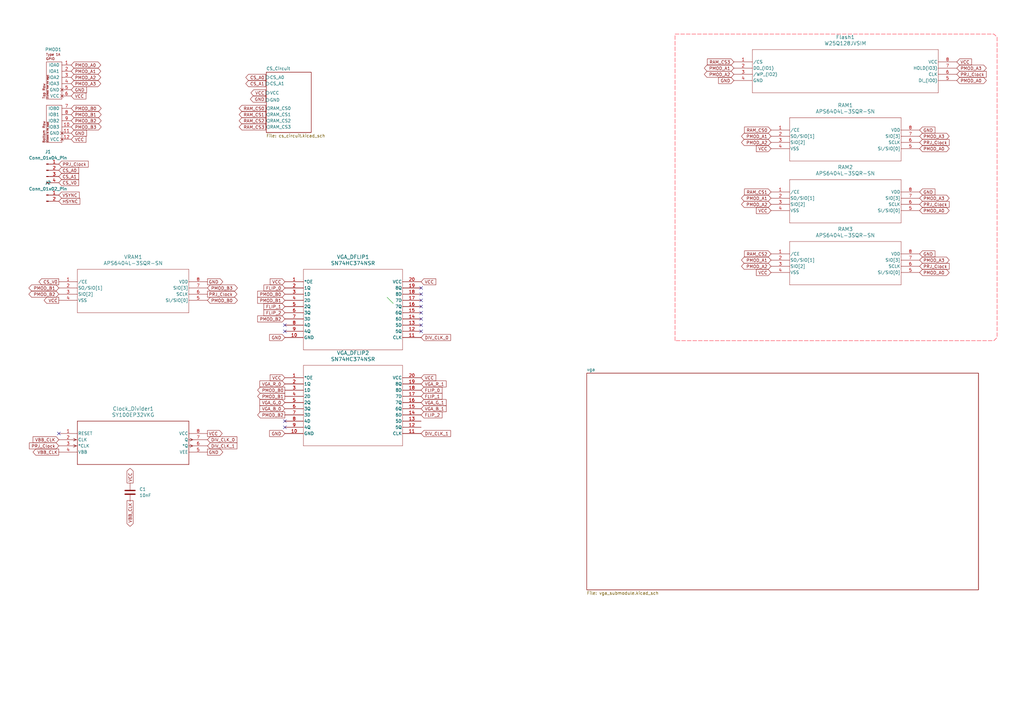
<source format=kicad_sch>
(kicad_sch
	(version 20250114)
	(generator "eeschema")
	(generator_version "9.0")
	(uuid "8545f811-7daa-4113-8e8d-885fb4bac67c")
	(paper "A3")
	(lib_symbols
		(symbol "Connector:Conn_01x02_Pin"
			(pin_names
				(offset 1.016)
				(hide yes)
			)
			(exclude_from_sim no)
			(in_bom yes)
			(on_board yes)
			(property "Reference" "J"
				(at 0 2.54 0)
				(effects
					(font
						(size 1.27 1.27)
					)
				)
			)
			(property "Value" "Conn_01x02_Pin"
				(at 0 -5.08 0)
				(effects
					(font
						(size 1.27 1.27)
					)
				)
			)
			(property "Footprint" ""
				(at 0 0 0)
				(effects
					(font
						(size 1.27 1.27)
					)
					(hide yes)
				)
			)
			(property "Datasheet" "~"
				(at 0 0 0)
				(effects
					(font
						(size 1.27 1.27)
					)
					(hide yes)
				)
			)
			(property "Description" "Generic connector, single row, 01x02, script generated"
				(at 0 0 0)
				(effects
					(font
						(size 1.27 1.27)
					)
					(hide yes)
				)
			)
			(property "ki_locked" ""
				(at 0 0 0)
				(effects
					(font
						(size 1.27 1.27)
					)
				)
			)
			(property "ki_keywords" "connector"
				(at 0 0 0)
				(effects
					(font
						(size 1.27 1.27)
					)
					(hide yes)
				)
			)
			(property "ki_fp_filters" "Connector*:*_1x??_*"
				(at 0 0 0)
				(effects
					(font
						(size 1.27 1.27)
					)
					(hide yes)
				)
			)
			(symbol "Conn_01x02_Pin_1_1"
				(rectangle
					(start 0.8636 0.127)
					(end 0 -0.127)
					(stroke
						(width 0.1524)
						(type default)
					)
					(fill
						(type outline)
					)
				)
				(rectangle
					(start 0.8636 -2.413)
					(end 0 -2.667)
					(stroke
						(width 0.1524)
						(type default)
					)
					(fill
						(type outline)
					)
				)
				(polyline
					(pts
						(xy 1.27 0) (xy 0.8636 0)
					)
					(stroke
						(width 0.1524)
						(type default)
					)
					(fill
						(type none)
					)
				)
				(polyline
					(pts
						(xy 1.27 -2.54) (xy 0.8636 -2.54)
					)
					(stroke
						(width 0.1524)
						(type default)
					)
					(fill
						(type none)
					)
				)
				(pin passive line
					(at 5.08 0 180)
					(length 3.81)
					(name "Pin_1"
						(effects
							(font
								(size 1.27 1.27)
							)
						)
					)
					(number "1"
						(effects
							(font
								(size 1.27 1.27)
							)
						)
					)
				)
				(pin passive line
					(at 5.08 -2.54 180)
					(length 3.81)
					(name "Pin_2"
						(effects
							(font
								(size 1.27 1.27)
							)
						)
					)
					(number "2"
						(effects
							(font
								(size 1.27 1.27)
							)
						)
					)
				)
			)
			(embedded_fonts no)
		)
		(symbol "Connector:Conn_01x04_Pin"
			(pin_names
				(offset 1.016)
				(hide yes)
			)
			(exclude_from_sim no)
			(in_bom yes)
			(on_board yes)
			(property "Reference" "J"
				(at 0 5.08 0)
				(effects
					(font
						(size 1.27 1.27)
					)
				)
			)
			(property "Value" "Conn_01x04_Pin"
				(at 0 -7.62 0)
				(effects
					(font
						(size 1.27 1.27)
					)
				)
			)
			(property "Footprint" ""
				(at 0 0 0)
				(effects
					(font
						(size 1.27 1.27)
					)
					(hide yes)
				)
			)
			(property "Datasheet" "~"
				(at 0 0 0)
				(effects
					(font
						(size 1.27 1.27)
					)
					(hide yes)
				)
			)
			(property "Description" "Generic connector, single row, 01x04, script generated"
				(at 0 0 0)
				(effects
					(font
						(size 1.27 1.27)
					)
					(hide yes)
				)
			)
			(property "ki_locked" ""
				(at 0 0 0)
				(effects
					(font
						(size 1.27 1.27)
					)
				)
			)
			(property "ki_keywords" "connector"
				(at 0 0 0)
				(effects
					(font
						(size 1.27 1.27)
					)
					(hide yes)
				)
			)
			(property "ki_fp_filters" "Connector*:*_1x??_*"
				(at 0 0 0)
				(effects
					(font
						(size 1.27 1.27)
					)
					(hide yes)
				)
			)
			(symbol "Conn_01x04_Pin_1_1"
				(rectangle
					(start 0.8636 2.667)
					(end 0 2.413)
					(stroke
						(width 0.1524)
						(type default)
					)
					(fill
						(type outline)
					)
				)
				(rectangle
					(start 0.8636 0.127)
					(end 0 -0.127)
					(stroke
						(width 0.1524)
						(type default)
					)
					(fill
						(type outline)
					)
				)
				(rectangle
					(start 0.8636 -2.413)
					(end 0 -2.667)
					(stroke
						(width 0.1524)
						(type default)
					)
					(fill
						(type outline)
					)
				)
				(rectangle
					(start 0.8636 -4.953)
					(end 0 -5.207)
					(stroke
						(width 0.1524)
						(type default)
					)
					(fill
						(type outline)
					)
				)
				(polyline
					(pts
						(xy 1.27 2.54) (xy 0.8636 2.54)
					)
					(stroke
						(width 0.1524)
						(type default)
					)
					(fill
						(type none)
					)
				)
				(polyline
					(pts
						(xy 1.27 0) (xy 0.8636 0)
					)
					(stroke
						(width 0.1524)
						(type default)
					)
					(fill
						(type none)
					)
				)
				(polyline
					(pts
						(xy 1.27 -2.54) (xy 0.8636 -2.54)
					)
					(stroke
						(width 0.1524)
						(type default)
					)
					(fill
						(type none)
					)
				)
				(polyline
					(pts
						(xy 1.27 -5.08) (xy 0.8636 -5.08)
					)
					(stroke
						(width 0.1524)
						(type default)
					)
					(fill
						(type none)
					)
				)
				(pin passive line
					(at 5.08 2.54 180)
					(length 3.81)
					(name "Pin_1"
						(effects
							(font
								(size 1.27 1.27)
							)
						)
					)
					(number "1"
						(effects
							(font
								(size 1.27 1.27)
							)
						)
					)
				)
				(pin passive line
					(at 5.08 0 180)
					(length 3.81)
					(name "Pin_2"
						(effects
							(font
								(size 1.27 1.27)
							)
						)
					)
					(number "2"
						(effects
							(font
								(size 1.27 1.27)
							)
						)
					)
				)
				(pin passive line
					(at 5.08 -2.54 180)
					(length 3.81)
					(name "Pin_3"
						(effects
							(font
								(size 1.27 1.27)
							)
						)
					)
					(number "3"
						(effects
							(font
								(size 1.27 1.27)
							)
						)
					)
				)
				(pin passive line
					(at 5.08 -5.08 180)
					(length 3.81)
					(name "Pin_4"
						(effects
							(font
								(size 1.27 1.27)
							)
						)
					)
					(number "4"
						(effects
							(font
								(size 1.27 1.27)
							)
						)
					)
				)
			)
			(embedded_fonts no)
		)
		(symbol "Device:C"
			(pin_numbers
				(hide yes)
			)
			(pin_names
				(offset 0.254)
			)
			(exclude_from_sim no)
			(in_bom yes)
			(on_board yes)
			(property "Reference" "C"
				(at 0.635 2.54 0)
				(effects
					(font
						(size 1.27 1.27)
					)
					(justify left)
				)
			)
			(property "Value" "C"
				(at 0.635 -2.54 0)
				(effects
					(font
						(size 1.27 1.27)
					)
					(justify left)
				)
			)
			(property "Footprint" ""
				(at 0.9652 -3.81 0)
				(effects
					(font
						(size 1.27 1.27)
					)
					(hide yes)
				)
			)
			(property "Datasheet" "~"
				(at 0 0 0)
				(effects
					(font
						(size 1.27 1.27)
					)
					(hide yes)
				)
			)
			(property "Description" "Unpolarized capacitor"
				(at 0 0 0)
				(effects
					(font
						(size 1.27 1.27)
					)
					(hide yes)
				)
			)
			(property "ki_keywords" "cap capacitor"
				(at 0 0 0)
				(effects
					(font
						(size 1.27 1.27)
					)
					(hide yes)
				)
			)
			(property "ki_fp_filters" "C_*"
				(at 0 0 0)
				(effects
					(font
						(size 1.27 1.27)
					)
					(hide yes)
				)
			)
			(symbol "C_0_1"
				(polyline
					(pts
						(xy -2.032 0.762) (xy 2.032 0.762)
					)
					(stroke
						(width 0.508)
						(type default)
					)
					(fill
						(type none)
					)
				)
				(polyline
					(pts
						(xy -2.032 -0.762) (xy 2.032 -0.762)
					)
					(stroke
						(width 0.508)
						(type default)
					)
					(fill
						(type none)
					)
				)
			)
			(symbol "C_1_1"
				(pin passive line
					(at 0 3.81 270)
					(length 2.794)
					(name "~"
						(effects
							(font
								(size 1.27 1.27)
							)
						)
					)
					(number "1"
						(effects
							(font
								(size 1.27 1.27)
							)
						)
					)
				)
				(pin passive line
					(at 0 -3.81 90)
					(length 2.794)
					(name "~"
						(effects
							(font
								(size 1.27 1.27)
							)
						)
					)
					(number "2"
						(effects
							(font
								(size 1.27 1.27)
							)
						)
					)
				)
			)
			(embedded_fonts no)
		)
		(symbol "SN74HC374NSR:SN74HC374NSR"
			(pin_names
				(offset 0.254)
			)
			(exclude_from_sim no)
			(in_bom yes)
			(on_board yes)
			(property "Reference" "U"
				(at 27.94 10.16 0)
				(effects
					(font
						(size 1.524 1.524)
					)
				)
			)
			(property "Value" "SN74HC374NSR"
				(at 27.94 7.62 0)
				(effects
					(font
						(size 1.524 1.524)
					)
				)
			)
			(property "Footprint" "NS20"
				(at 0 0 0)
				(effects
					(font
						(size 1.27 1.27)
						(italic yes)
					)
					(hide yes)
				)
			)
			(property "Datasheet" "https://www.ti.com/lit/gpn/sn74hc374"
				(at 0 0 0)
				(effects
					(font
						(size 1.27 1.27)
						(italic yes)
					)
					(hide yes)
				)
			)
			(property "Description" ""
				(at 0 0 0)
				(effects
					(font
						(size 1.27 1.27)
					)
					(hide yes)
				)
			)
			(property "ki_locked" ""
				(at 0 0 0)
				(effects
					(font
						(size 1.27 1.27)
					)
				)
			)
			(property "ki_keywords" "SN74HC374NSR"
				(at 0 0 0)
				(effects
					(font
						(size 1.27 1.27)
					)
					(hide yes)
				)
			)
			(property "ki_fp_filters" "NS20 NS20-M NS20-L"
				(at 0 0 0)
				(effects
					(font
						(size 1.27 1.27)
					)
					(hide yes)
				)
			)
			(symbol "SN74HC374NSR_0_1"
				(polyline
					(pts
						(xy 7.62 5.08) (xy 7.62 -27.94)
					)
					(stroke
						(width 0.127)
						(type default)
					)
					(fill
						(type none)
					)
				)
				(polyline
					(pts
						(xy 7.62 -27.94) (xy 48.26 -27.94)
					)
					(stroke
						(width 0.127)
						(type default)
					)
					(fill
						(type none)
					)
				)
				(polyline
					(pts
						(xy 48.26 5.08) (xy 7.62 5.08)
					)
					(stroke
						(width 0.127)
						(type default)
					)
					(fill
						(type none)
					)
				)
				(polyline
					(pts
						(xy 48.26 -27.94) (xy 48.26 5.08)
					)
					(stroke
						(width 0.127)
						(type default)
					)
					(fill
						(type none)
					)
				)
				(pin input line
					(at 0 0 0)
					(length 7.62)
					(name "*OE"
						(effects
							(font
								(size 1.27 1.27)
							)
						)
					)
					(number "1"
						(effects
							(font
								(size 1.27 1.27)
							)
						)
					)
				)
				(pin output line
					(at 0 -2.54 0)
					(length 7.62)
					(name "1Q"
						(effects
							(font
								(size 1.27 1.27)
							)
						)
					)
					(number "2"
						(effects
							(font
								(size 1.27 1.27)
							)
						)
					)
				)
				(pin input line
					(at 0 -5.08 0)
					(length 7.62)
					(name "1D"
						(effects
							(font
								(size 1.27 1.27)
							)
						)
					)
					(number "3"
						(effects
							(font
								(size 1.27 1.27)
							)
						)
					)
				)
				(pin input line
					(at 0 -7.62 0)
					(length 7.62)
					(name "2D"
						(effects
							(font
								(size 1.27 1.27)
							)
						)
					)
					(number "4"
						(effects
							(font
								(size 1.27 1.27)
							)
						)
					)
				)
				(pin output line
					(at 0 -10.16 0)
					(length 7.62)
					(name "2Q"
						(effects
							(font
								(size 1.27 1.27)
							)
						)
					)
					(number "5"
						(effects
							(font
								(size 1.27 1.27)
							)
						)
					)
				)
				(pin output line
					(at 0 -12.7 0)
					(length 7.62)
					(name "3Q"
						(effects
							(font
								(size 1.27 1.27)
							)
						)
					)
					(number "6"
						(effects
							(font
								(size 1.27 1.27)
							)
						)
					)
				)
				(pin input line
					(at 0 -15.24 0)
					(length 7.62)
					(name "3D"
						(effects
							(font
								(size 1.27 1.27)
							)
						)
					)
					(number "7"
						(effects
							(font
								(size 1.27 1.27)
							)
						)
					)
				)
				(pin input line
					(at 0 -17.78 0)
					(length 7.62)
					(name "4D"
						(effects
							(font
								(size 1.27 1.27)
							)
						)
					)
					(number "8"
						(effects
							(font
								(size 1.27 1.27)
							)
						)
					)
				)
				(pin output line
					(at 0 -20.32 0)
					(length 7.62)
					(name "4Q"
						(effects
							(font
								(size 1.27 1.27)
							)
						)
					)
					(number "9"
						(effects
							(font
								(size 1.27 1.27)
							)
						)
					)
				)
				(pin power_in line
					(at 0 -22.86 0)
					(length 7.62)
					(name "GND"
						(effects
							(font
								(size 1.27 1.27)
							)
						)
					)
					(number "10"
						(effects
							(font
								(size 1.27 1.27)
							)
						)
					)
				)
				(pin power_in line
					(at 55.88 0 180)
					(length 7.62)
					(name "VCC"
						(effects
							(font
								(size 1.27 1.27)
							)
						)
					)
					(number "20"
						(effects
							(font
								(size 1.27 1.27)
							)
						)
					)
				)
				(pin output line
					(at 55.88 -2.54 180)
					(length 7.62)
					(name "8Q"
						(effects
							(font
								(size 1.27 1.27)
							)
						)
					)
					(number "19"
						(effects
							(font
								(size 1.27 1.27)
							)
						)
					)
				)
				(pin input line
					(at 55.88 -5.08 180)
					(length 7.62)
					(name "8D"
						(effects
							(font
								(size 1.27 1.27)
							)
						)
					)
					(number "18"
						(effects
							(font
								(size 1.27 1.27)
							)
						)
					)
				)
				(pin input line
					(at 55.88 -7.62 180)
					(length 7.62)
					(name "7D"
						(effects
							(font
								(size 1.27 1.27)
							)
						)
					)
					(number "17"
						(effects
							(font
								(size 1.27 1.27)
							)
						)
					)
				)
				(pin output line
					(at 55.88 -10.16 180)
					(length 7.62)
					(name "7Q"
						(effects
							(font
								(size 1.27 1.27)
							)
						)
					)
					(number "16"
						(effects
							(font
								(size 1.27 1.27)
							)
						)
					)
				)
				(pin output line
					(at 55.88 -12.7 180)
					(length 7.62)
					(name "6Q"
						(effects
							(font
								(size 1.27 1.27)
							)
						)
					)
					(number "15"
						(effects
							(font
								(size 1.27 1.27)
							)
						)
					)
				)
				(pin input line
					(at 55.88 -15.24 180)
					(length 7.62)
					(name "6D"
						(effects
							(font
								(size 1.27 1.27)
							)
						)
					)
					(number "14"
						(effects
							(font
								(size 1.27 1.27)
							)
						)
					)
				)
				(pin input line
					(at 55.88 -17.78 180)
					(length 7.62)
					(name "5D"
						(effects
							(font
								(size 1.27 1.27)
							)
						)
					)
					(number "13"
						(effects
							(font
								(size 1.27 1.27)
							)
						)
					)
				)
				(pin output line
					(at 55.88 -20.32 180)
					(length 7.62)
					(name "5Q"
						(effects
							(font
								(size 1.27 1.27)
							)
						)
					)
					(number "12"
						(effects
							(font
								(size 1.27 1.27)
							)
						)
					)
				)
				(pin input line
					(at 55.88 -22.86 180)
					(length 7.62)
					(name "CLK"
						(effects
							(font
								(size 1.27 1.27)
							)
						)
					)
					(number "11"
						(effects
							(font
								(size 1.27 1.27)
							)
						)
					)
				)
			)
			(embedded_fonts no)
		)
		(symbol "SY100EP32VKG:SY100EP32VKG"
			(pin_names
				(offset 0.254)
			)
			(exclude_from_sim no)
			(in_bom yes)
			(on_board yes)
			(property "Reference" "U"
				(at 30.48 10.16 0)
				(effects
					(font
						(size 1.524 1.524)
					)
				)
			)
			(property "Value" "SY100EP32VKG"
				(at 30.48 7.62 0)
				(effects
					(font
						(size 1.524 1.524)
					)
				)
			)
			(property "Footprint" "MSOP-8_K8-1_MCL"
				(at 0 0 0)
				(effects
					(font
						(size 1.27 1.27)
						(italic yes)
					)
					(hide yes)
				)
			)
			(property "Datasheet" "SY100EP32VKG"
				(at 0 0 0)
				(effects
					(font
						(size 1.27 1.27)
						(italic yes)
					)
					(hide yes)
				)
			)
			(property "Description" ""
				(at 0 0 0)
				(effects
					(font
						(size 1.27 1.27)
					)
					(hide yes)
				)
			)
			(property "ki_locked" ""
				(at 0 0 0)
				(effects
					(font
						(size 1.27 1.27)
					)
				)
			)
			(property "ki_keywords" "SY100EP32VKG"
				(at 0 0 0)
				(effects
					(font
						(size 1.27 1.27)
					)
					(hide yes)
				)
			)
			(property "ki_fp_filters" "MSOP-8_K8-1_MCL MSOP-8_K8-1_MCL-M MSOP-8_K8-1_MCL-L"
				(at 0 0 0)
				(effects
					(font
						(size 1.27 1.27)
					)
					(hide yes)
				)
			)
			(symbol "SY100EP32VKG_0_1"
				(polyline
					(pts
						(xy 7.0993 -2.54) (xy 6.0579 -2.0193)
					)
					(stroke
						(width 0.2032)
						(type default)
					)
					(fill
						(type none)
					)
				)
				(polyline
					(pts
						(xy 7.0993 -2.54) (xy 6.0579 -3.0607)
					)
					(stroke
						(width 0.2032)
						(type default)
					)
					(fill
						(type none)
					)
				)
				(polyline
					(pts
						(xy 7.0993 -5.08) (xy 6.0579 -4.5593)
					)
					(stroke
						(width 0.2032)
						(type default)
					)
					(fill
						(type none)
					)
				)
				(polyline
					(pts
						(xy 7.0993 -5.08) (xy 6.0579 -5.6007)
					)
					(stroke
						(width 0.2032)
						(type default)
					)
					(fill
						(type none)
					)
				)
				(polyline
					(pts
						(xy 7.62 5.08) (xy 7.62 -12.7)
					)
					(stroke
						(width 0.2032)
						(type default)
					)
					(fill
						(type none)
					)
				)
				(polyline
					(pts
						(xy 7.62 -12.7) (xy 53.34 -12.7)
					)
					(stroke
						(width 0.2032)
						(type default)
					)
					(fill
						(type none)
					)
				)
				(polyline
					(pts
						(xy 53.34 5.08) (xy 7.62 5.08)
					)
					(stroke
						(width 0.2032)
						(type default)
					)
					(fill
						(type none)
					)
				)
				(polyline
					(pts
						(xy 53.34 -12.7) (xy 53.34 5.08)
					)
					(stroke
						(width 0.2032)
						(type default)
					)
					(fill
						(type none)
					)
				)
				(polyline
					(pts
						(xy 53.8607 -2.0193) (xy 54.9021 -2.54)
					)
					(stroke
						(width 0.2032)
						(type default)
					)
					(fill
						(type none)
					)
				)
				(polyline
					(pts
						(xy 53.8607 -3.0607) (xy 54.9021 -2.54)
					)
					(stroke
						(width 0.2032)
						(type default)
					)
					(fill
						(type none)
					)
				)
				(polyline
					(pts
						(xy 53.8607 -4.5593) (xy 54.9021 -5.08)
					)
					(stroke
						(width 0.2032)
						(type default)
					)
					(fill
						(type none)
					)
				)
				(polyline
					(pts
						(xy 53.8607 -5.6007) (xy 54.9021 -5.08)
					)
					(stroke
						(width 0.2032)
						(type default)
					)
					(fill
						(type none)
					)
				)
				(pin unspecified line
					(at 0 0 0)
					(length 7.62)
					(name "RESET"
						(effects
							(font
								(size 1.27 1.27)
							)
						)
					)
					(number "1"
						(effects
							(font
								(size 1.27 1.27)
							)
						)
					)
				)
				(pin input line
					(at 0 -2.54 0)
					(length 7.62)
					(name "CLK"
						(effects
							(font
								(size 1.27 1.27)
							)
						)
					)
					(number "2"
						(effects
							(font
								(size 1.27 1.27)
							)
						)
					)
				)
				(pin input line
					(at 0 -5.08 0)
					(length 7.62)
					(name "*CLK"
						(effects
							(font
								(size 1.27 1.27)
							)
						)
					)
					(number "3"
						(effects
							(font
								(size 1.27 1.27)
							)
						)
					)
				)
				(pin power_in line
					(at 0 -7.62 0)
					(length 7.62)
					(name "VBB"
						(effects
							(font
								(size 1.27 1.27)
							)
						)
					)
					(number "4"
						(effects
							(font
								(size 1.27 1.27)
							)
						)
					)
				)
				(pin power_in line
					(at 60.96 0 180)
					(length 7.62)
					(name "VCC"
						(effects
							(font
								(size 1.27 1.27)
							)
						)
					)
					(number "8"
						(effects
							(font
								(size 1.27 1.27)
							)
						)
					)
				)
				(pin output line
					(at 60.96 -2.54 180)
					(length 7.62)
					(name "Q"
						(effects
							(font
								(size 1.27 1.27)
							)
						)
					)
					(number "7"
						(effects
							(font
								(size 1.27 1.27)
							)
						)
					)
				)
				(pin output line
					(at 60.96 -5.08 180)
					(length 7.62)
					(name "*Q"
						(effects
							(font
								(size 1.27 1.27)
							)
						)
					)
					(number "6"
						(effects
							(font
								(size 1.27 1.27)
							)
						)
					)
				)
				(pin power_in line
					(at 60.96 -7.62 180)
					(length 7.62)
					(name "VEE"
						(effects
							(font
								(size 1.27 1.27)
							)
						)
					)
					(number "5"
						(effects
							(font
								(size 1.27 1.27)
							)
						)
					)
				)
			)
			(embedded_fonts no)
		)
		(symbol "W25Q128JVSIM:W25Q128JVSIM"
			(pin_names
				(offset 0.254)
			)
			(exclude_from_sim no)
			(in_bom yes)
			(on_board yes)
			(property "Reference" "Flash"
				(at 45.72 10.16 0)
				(effects
					(font
						(size 1.524 1.524)
					)
				)
			)
			(property "Value" "W25Q128JVSIM"
				(at 45.72 7.62 0)
				(effects
					(font
						(size 1.524 1.524)
					)
				)
			)
			(property "Footprint" "SOIC_128JVSIM_WIN"
				(at 0 0 0)
				(effects
					(font
						(size 1.27 1.27)
						(italic yes)
					)
					(hide yes)
				)
			)
			(property "Datasheet" "W25Q128JVSIM"
				(at 0 0 0)
				(effects
					(font
						(size 1.27 1.27)
						(italic yes)
					)
					(hide yes)
				)
			)
			(property "Description" ""
				(at 0 0 0)
				(effects
					(font
						(size 1.27 1.27)
					)
					(hide yes)
				)
			)
			(property "ki_locked" ""
				(at 0 0 0)
				(effects
					(font
						(size 1.27 1.27)
					)
				)
			)
			(property "ki_keywords" "W25Q128JVSIM"
				(at 0 0 0)
				(effects
					(font
						(size 1.27 1.27)
					)
					(hide yes)
				)
			)
			(property "ki_fp_filters" "SOIC_128JVSIM_WIN SOIC_128JVSIM_WIN-M SOIC_128JVSIM_WIN-L"
				(at 0 0 0)
				(effects
					(font
						(size 1.27 1.27)
					)
					(hide yes)
				)
			)
			(symbol "W25Q128JVSIM_0_1"
				(polyline
					(pts
						(xy 7.62 5.08) (xy 7.62 -12.7)
					)
					(stroke
						(width 0.127)
						(type default)
					)
					(fill
						(type none)
					)
				)
				(polyline
					(pts
						(xy 7.62 -12.7) (xy 83.82 -12.7)
					)
					(stroke
						(width 0.127)
						(type default)
					)
					(fill
						(type none)
					)
				)
				(polyline
					(pts
						(xy 83.82 5.08) (xy 7.62 5.08)
					)
					(stroke
						(width 0.127)
						(type default)
					)
					(fill
						(type none)
					)
				)
				(polyline
					(pts
						(xy 83.82 -12.7) (xy 83.82 5.08)
					)
					(stroke
						(width 0.127)
						(type default)
					)
					(fill
						(type none)
					)
				)
				(pin unspecified line
					(at 0 0 0)
					(length 7.62)
					(name "/CS"
						(effects
							(font
								(size 1.27 1.27)
							)
						)
					)
					(number "1"
						(effects
							(font
								(size 1.27 1.27)
							)
						)
					)
				)
				(pin unspecified line
					(at 0 -2.54 0)
					(length 7.62)
					(name "DO_(IO1)"
						(effects
							(font
								(size 1.27 1.27)
							)
						)
					)
					(number "2"
						(effects
							(font
								(size 1.27 1.27)
							)
						)
					)
				)
				(pin unspecified line
					(at 0 -5.08 0)
					(length 7.62)
					(name "/WP_(IO2)"
						(effects
							(font
								(size 1.27 1.27)
							)
						)
					)
					(number "3"
						(effects
							(font
								(size 1.27 1.27)
							)
						)
					)
				)
				(pin power_out line
					(at 0 -7.62 0)
					(length 7.62)
					(name "GND"
						(effects
							(font
								(size 1.27 1.27)
							)
						)
					)
					(number "4"
						(effects
							(font
								(size 1.27 1.27)
							)
						)
					)
				)
				(pin power_in line
					(at 91.44 0 180)
					(length 7.62)
					(name "VCC"
						(effects
							(font
								(size 1.27 1.27)
							)
						)
					)
					(number "8"
						(effects
							(font
								(size 1.27 1.27)
							)
						)
					)
				)
				(pin unspecified line
					(at 91.44 -5.08 180)
					(length 7.62)
					(name "CLK"
						(effects
							(font
								(size 1.27 1.27)
							)
						)
					)
					(number "6"
						(effects
							(font
								(size 1.27 1.27)
							)
						)
					)
				)
				(pin unspecified line
					(at 91.44 -7.62 180)
					(length 7.62)
					(name "DI_(IO0)"
						(effects
							(font
								(size 1.27 1.27)
							)
						)
					)
					(number "5"
						(effects
							(font
								(size 1.27 1.27)
							)
						)
					)
				)
			)
			(symbol "W25Q128JVSIM_1_1"
				(pin input line
					(at 91.44 -2.54 180)
					(length 7.62)
					(name "HOLD(IO3)"
						(effects
							(font
								(size 1.27 1.27)
							)
						)
					)
					(number "7"
						(effects
							(font
								(size 1.27 1.27)
							)
						)
					)
				)
			)
			(embedded_fonts no)
		)
		(symbol "pmod:PMOD-Device-x2-Type-1A-GPIO"
			(pin_names
				(offset 1.016)
			)
			(exclude_from_sim no)
			(in_bom yes)
			(on_board yes)
			(property "Reference" "PMOD"
				(at -3.302 -1.27 0)
				(effects
					(font
						(size 1.27 1.27)
					)
				)
			)
			(property "Value" "PMOD-Device-x2-Type-1A-GPIO"
				(at -9.144 -18.034 90)
				(effects
					(font
						(size 1.27 1.27)
					)
					(justify left)
					(hide yes)
				)
			)
			(property "Footprint" "pmod-conn_6x2:pmod_pin_array_6x2"
				(at -11.43 -18.034 90)
				(effects
					(font
						(size 1.524 1.524)
					)
					(justify left)
					(hide yes)
				)
			)
			(property "Datasheet" "https://docs.google.com/a/mithis.com/spreadsheets/d/1D-GboyrP57VVpejQzEm0P1WEORo1LAIt92hk1bZGEoo/edit#gid=0"
				(at -1.27 7.62 0)
				(effects
					(font
						(size 1.524 1.524)
					)
				)
			)
			(property "Description" "PMOD Device Type 1A (Expanded/Dual GPIO)"
				(at 0 0 0)
				(effects
					(font
						(size 1.27 1.27)
					)
					(hide yes)
				)
			)
			(property "ki_keywords" "PMOD, Digilent, Device, Type 1A, GPIO"
				(at 0 0 0)
				(effects
					(font
						(size 1.27 1.27)
					)
					(hide yes)
				)
			)
			(property "ki_fp_filters" "pmod_pin_array_6x2"
				(at 0 0 0)
				(effects
					(font
						(size 1.27 1.27)
					)
					(hide yes)
				)
			)
			(symbol "PMOD-Device-x2-Type-1A-GPIO_0_0"
				(text "Top Row"
					(at -7.366 3.302 900)
					(effects
						(font
							(size 0.9906 0.9906)
						)
					)
				)
				(text "Bottom Row"
					(at -7.366 -13.462 900)
					(effects
						(font
							(size 0.9906 0.9906)
						)
					)
				)
				(text "Type 1A"
					(at -6.604 18.288 0)
					(effects
						(font
							(size 0.9906 0.9906)
						)
						(justify left)
					)
				)
				(text "GPIO"
					(at -6.604 16.51 0)
					(effects
						(font
							(size 0.9906 0.9906)
						)
						(justify left)
					)
				)
				(text "(Furthest from the edge)"
					(at -5.842 5.08 900)
					(effects
						(font
							(size 0.508 0.508)
						)
					)
				)
				(text "(Closest to the edge)"
					(at -5.842 -13.462 900)
					(effects
						(font
							(size 0.508 0.508)
						)
					)
				)
			)
			(symbol "PMOD-Device-x2-Type-1A-GPIO_0_1"
				(rectangle
					(start -6.35 -2.54)
					(end 0 -17.78)
					(stroke
						(width 0)
						(type solid)
					)
					(fill
						(type none)
					)
				)
				(rectangle
					(start 0 15.24)
					(end -6.35 0)
					(stroke
						(width 0)
						(type solid)
					)
					(fill
						(type none)
					)
				)
			)
			(symbol "PMOD-Device-x2-Type-1A-GPIO_1_1"
				(pin bidirectional line
					(at 3.81 13.97 180)
					(length 3.81)
					(name "IOA0"
						(effects
							(font
								(size 1.27 1.27)
							)
						)
					)
					(number "1"
						(effects
							(font
								(size 1.27 1.27)
							)
						)
					)
				)
				(pin bidirectional line
					(at 3.81 11.43 180)
					(length 3.81)
					(name "IOA1"
						(effects
							(font
								(size 1.27 1.27)
							)
						)
					)
					(number "2"
						(effects
							(font
								(size 1.27 1.27)
							)
						)
					)
				)
				(pin bidirectional line
					(at 3.81 8.89 180)
					(length 3.81)
					(name "IOA2"
						(effects
							(font
								(size 1.27 1.27)
							)
						)
					)
					(number "3"
						(effects
							(font
								(size 1.27 1.27)
							)
						)
					)
				)
				(pin bidirectional line
					(at 3.81 6.35 180)
					(length 3.81)
					(name "IOA3"
						(effects
							(font
								(size 1.27 1.27)
							)
						)
					)
					(number "4"
						(effects
							(font
								(size 1.27 1.27)
							)
						)
					)
				)
				(pin power_out non_logic
					(at 3.81 3.81 180)
					(length 3.81)
					(name "GND"
						(effects
							(font
								(size 1.27 1.27)
							)
						)
					)
					(number "5"
						(effects
							(font
								(size 1.27 1.27)
							)
						)
					)
				)
				(pin power_out non_logic
					(at 3.81 1.27 180)
					(length 3.81)
					(name "VCC"
						(effects
							(font
								(size 1.27 1.27)
							)
						)
					)
					(number "6"
						(effects
							(font
								(size 1.27 1.27)
							)
						)
					)
				)
				(pin bidirectional line
					(at 3.81 -3.81 180)
					(length 3.81)
					(name "IOB0"
						(effects
							(font
								(size 1.27 1.27)
							)
						)
					)
					(number "7"
						(effects
							(font
								(size 1.27 1.27)
							)
						)
					)
				)
				(pin bidirectional line
					(at 3.81 -6.35 180)
					(length 3.81)
					(name "IOB1"
						(effects
							(font
								(size 1.27 1.27)
							)
						)
					)
					(number "8"
						(effects
							(font
								(size 1.27 1.27)
							)
						)
					)
				)
				(pin bidirectional line
					(at 3.81 -8.89 180)
					(length 3.81)
					(name "IOB2"
						(effects
							(font
								(size 1.27 1.27)
							)
						)
					)
					(number "9"
						(effects
							(font
								(size 1.27 1.27)
							)
						)
					)
				)
				(pin bidirectional line
					(at 3.81 -11.43 180)
					(length 3.81)
					(name "IOB3"
						(effects
							(font
								(size 1.27 1.27)
							)
						)
					)
					(number "10"
						(effects
							(font
								(size 1.27 1.27)
							)
						)
					)
				)
				(pin power_out non_logic
					(at 3.81 -13.97 180)
					(length 3.81)
					(name "GND"
						(effects
							(font
								(size 1.27 1.27)
							)
						)
					)
					(number "11"
						(effects
							(font
								(size 1.27 1.27)
							)
						)
					)
				)
				(pin power_out non_logic
					(at 3.81 -16.51 180)
					(length 3.81)
					(name "VCC"
						(effects
							(font
								(size 1.27 1.27)
							)
						)
					)
					(number "12"
						(effects
							(font
								(size 1.27 1.27)
							)
						)
					)
				)
			)
			(embedded_fonts no)
		)
		(symbol "ul_APS6404L-3SQR-SN:APS6404L-3SQR-SN"
			(pin_names
				(offset 0.254)
			)
			(exclude_from_sim no)
			(in_bom yes)
			(on_board yes)
			(property "Reference" "U"
				(at 30.48 10.16 0)
				(effects
					(font
						(size 1.524 1.524)
					)
				)
			)
			(property "Value" "APS6404L-3SQR-SN"
				(at 30.48 7.62 0)
				(effects
					(font
						(size 1.524 1.524)
					)
				)
			)
			(property "Footprint" "APS6404L-3SQR-SN_APY"
				(at 0 0 0)
				(effects
					(font
						(size 1.27 1.27)
						(italic yes)
					)
					(hide yes)
				)
			)
			(property "Datasheet" "APS6404L-3SQR-SN"
				(at 0 0 0)
				(effects
					(font
						(size 1.27 1.27)
						(italic yes)
					)
					(hide yes)
				)
			)
			(property "Description" ""
				(at 0 0 0)
				(effects
					(font
						(size 1.27 1.27)
					)
					(hide yes)
				)
			)
			(property "ki_locked" ""
				(at 0 0 0)
				(effects
					(font
						(size 1.27 1.27)
					)
				)
			)
			(property "ki_keywords" "APS6404L-3SQR-SN"
				(at 0 0 0)
				(effects
					(font
						(size 1.27 1.27)
					)
					(hide yes)
				)
			)
			(property "ki_fp_filters" "APS6404L-3SQR-SN_APY APS6404L-3SQR-SN_APY-M APS6404L-3SQR-SN_APY-L"
				(at 0 0 0)
				(effects
					(font
						(size 1.27 1.27)
					)
					(hide yes)
				)
			)
			(symbol "APS6404L-3SQR-SN_0_1"
				(polyline
					(pts
						(xy 7.62 5.08) (xy 7.62 -12.7)
					)
					(stroke
						(width 0.127)
						(type default)
					)
					(fill
						(type none)
					)
				)
				(polyline
					(pts
						(xy 7.62 -12.7) (xy 53.34 -12.7)
					)
					(stroke
						(width 0.127)
						(type default)
					)
					(fill
						(type none)
					)
				)
				(polyline
					(pts
						(xy 53.34 5.08) (xy 7.62 5.08)
					)
					(stroke
						(width 0.127)
						(type default)
					)
					(fill
						(type none)
					)
				)
				(polyline
					(pts
						(xy 53.34 -12.7) (xy 53.34 5.08)
					)
					(stroke
						(width 0.127)
						(type default)
					)
					(fill
						(type none)
					)
				)
				(pin unspecified line
					(at 0 0 0)
					(length 7.62)
					(name "/CE"
						(effects
							(font
								(size 1.27 1.27)
							)
						)
					)
					(number "1"
						(effects
							(font
								(size 1.27 1.27)
							)
						)
					)
				)
				(pin unspecified line
					(at 0 -2.54 0)
					(length 7.62)
					(name "SO/SIO[1]"
						(effects
							(font
								(size 1.27 1.27)
							)
						)
					)
					(number "2"
						(effects
							(font
								(size 1.27 1.27)
							)
						)
					)
				)
				(pin unspecified line
					(at 0 -5.08 0)
					(length 7.62)
					(name "SIO[2]"
						(effects
							(font
								(size 1.27 1.27)
							)
						)
					)
					(number "3"
						(effects
							(font
								(size 1.27 1.27)
							)
						)
					)
				)
				(pin unspecified line
					(at 0 -7.62 0)
					(length 7.62)
					(name "VSS"
						(effects
							(font
								(size 1.27 1.27)
							)
						)
					)
					(number "4"
						(effects
							(font
								(size 1.27 1.27)
							)
						)
					)
				)
				(pin unspecified line
					(at 60.96 0 180)
					(length 7.62)
					(name "VDD"
						(effects
							(font
								(size 1.27 1.27)
							)
						)
					)
					(number "8"
						(effects
							(font
								(size 1.27 1.27)
							)
						)
					)
				)
				(pin unspecified line
					(at 60.96 -2.54 180)
					(length 7.62)
					(name "SIO[3]"
						(effects
							(font
								(size 1.27 1.27)
							)
						)
					)
					(number "7"
						(effects
							(font
								(size 1.27 1.27)
							)
						)
					)
				)
				(pin unspecified line
					(at 60.96 -5.08 180)
					(length 7.62)
					(name "SCLK"
						(effects
							(font
								(size 1.27 1.27)
							)
						)
					)
					(number "6"
						(effects
							(font
								(size 1.27 1.27)
							)
						)
					)
				)
				(pin unspecified line
					(at 60.96 -7.62 180)
					(length 7.62)
					(name "SI/SIO[0]"
						(effects
							(font
								(size 1.27 1.27)
							)
						)
					)
					(number "5"
						(effects
							(font
								(size 1.27 1.27)
							)
						)
					)
				)
			)
			(embedded_fonts no)
		)
	)
	(no_connect
		(at 116.84 135.89)
		(uuid "2704d2df-c5a5-4ce0-ad0b-f8c388dd318d")
	)
	(no_connect
		(at 172.72 133.35)
		(uuid "4a72c960-28f4-42d5-a7a5-244c6f180a32")
	)
	(no_connect
		(at 116.84 175.26)
		(uuid "55e39490-3700-48b1-a778-d3614d3f67ee")
	)
	(no_connect
		(at 172.72 128.27)
		(uuid "5f6c68eb-55a2-4cf7-8a4e-0f6abc3477a9")
	)
	(no_connect
		(at 172.72 120.65)
		(uuid "61b8b123-81f0-4391-8fa8-0fe7a8936d1d")
	)
	(no_connect
		(at 172.72 130.81)
		(uuid "6d463f85-b765-459b-8bff-0d215d091a39")
	)
	(no_connect
		(at 116.84 133.35)
		(uuid "7d7ad579-727a-45c3-b6ef-abb63a92d7b4")
	)
	(no_connect
		(at 172.72 123.19)
		(uuid "8770f5b5-4bda-4362-b41b-01acaeb76b7b")
	)
	(no_connect
		(at 172.72 125.73)
		(uuid "91189fa0-7d68-4599-90dc-b10393abc06c")
	)
	(no_connect
		(at 24.13 177.8)
		(uuid "92579f06-33bd-43f4-8c0d-43ec3d9215bd")
	)
	(no_connect
		(at 172.72 118.11)
		(uuid "ad5db94d-c989-47d2-a965-2ba90f22f6eb")
	)
	(no_connect
		(at 172.72 135.89)
		(uuid "e0955887-cb05-4b7c-a79b-2011d295e5d7")
	)
	(no_connect
		(at 116.84 172.72)
		(uuid "f65bba5d-45b4-4ef1-b147-68817ccffc04")
	)
	(bus_entry
		(at 158.75 121.92)
		(size 2.54 2.54)
		(stroke
			(width 0)
			(type default)
		)
		(uuid "710ee3f2-4da6-4475-9e3e-07ad04a02af3")
	)
	(global_label "FLIP_1"
		(shape input)
		(at 172.72 162.56 0)
		(fields_autoplaced yes)
		(effects
			(font
				(size 1.27 1.27)
			)
			(justify left)
		)
		(uuid "0177731d-b348-4a5a-87d0-d780767e9567")
		(property "Intersheetrefs" "${INTERSHEET_REFS}"
			(at 181.8738 162.56 0)
			(effects
				(font
					(size 1.27 1.27)
				)
				(justify left)
				(hide yes)
			)
		)
	)
	(global_label "VBB_CLK"
		(shape input)
		(at 53.34 215.9 90)
		(fields_autoplaced yes)
		(effects
			(font
				(size 1.27 1.27)
			)
			(justify left)
		)
		(uuid "051929b6-d5eb-4e0b-b059-238ca821fdf9")
		(property "Intersheetrefs" "${INTERSHEET_REFS}"
			(at 53.34 204.7505 90)
			(effects
				(font
					(size 1.27 1.27)
				)
				(justify left)
				(hide yes)
			)
		)
	)
	(global_label "CS_A0"
		(shape input)
		(at 24.13 69.85 0)
		(fields_autoplaced yes)
		(effects
			(font
				(size 1.27 1.27)
			)
			(justify left)
		)
		(uuid "0571fa51-45c3-404c-833d-1c1aee2640cc")
		(property "Intersheetrefs" "${INTERSHEET_REFS}"
			(at 32.8604 69.85 0)
			(effects
				(font
					(size 1.27 1.27)
				)
				(justify left)
				(hide yes)
			)
		)
	)
	(global_label "VCC"
		(shape input)
		(at 316.23 60.96 180)
		(fields_autoplaced yes)
		(effects
			(font
				(size 1.27 1.27)
			)
			(justify right)
		)
		(uuid "07f4793b-3bf6-4ad7-8d5f-3a97f33211a1")
		(property "Intersheetrefs" "${INTERSHEET_REFS}"
			(at 309.6162 60.96 0)
			(effects
				(font
					(size 1.27 1.27)
				)
				(justify right)
				(hide yes)
			)
		)
	)
	(global_label "PMOD_A1"
		(shape bidirectional)
		(at 300.99 27.94 180)
		(fields_autoplaced yes)
		(effects
			(font
				(size 1.27 1.27)
			)
			(justify right)
		)
		(uuid "0ce30861-4e0e-4e64-82ff-58a02a4d53d5")
		(property "Intersheetrefs" "${INTERSHEET_REFS}"
			(at 289.4172 27.94 0)
			(effects
				(font
					(size 1.27 1.27)
				)
				(justify right)
				(hide yes)
			)
		)
	)
	(global_label "RAM_CS1"
		(shape output)
		(at 108.966 46.99 180)
		(fields_autoplaced yes)
		(effects
			(font
				(size 1.27 1.27)
			)
			(justify right)
		)
		(uuid "11f13a3c-74a2-41f9-a9b5-15fda8f1133b")
		(property "Intersheetrefs" "${INTERSHEET_REFS}"
			(at 97.5142 46.99 0)
			(effects
				(font
					(size 1.27 1.27)
				)
				(justify right)
				(hide yes)
			)
		)
	)
	(global_label "GND"
		(shape output)
		(at 85.09 185.42 0)
		(fields_autoplaced yes)
		(effects
			(font
				(size 1.27 1.27)
			)
			(justify left)
		)
		(uuid "16b13261-39d9-4c1b-8333-c86ebd5d0769")
		(property "Intersheetrefs" "${INTERSHEET_REFS}"
			(at 91.9457 185.42 0)
			(effects
				(font
					(size 1.27 1.27)
				)
				(justify left)
				(hide yes)
			)
		)
	)
	(global_label "PRJ_Clock"
		(shape input)
		(at 24.13 67.31 0)
		(fields_autoplaced yes)
		(effects
			(font
				(size 1.27 1.27)
			)
			(justify left)
		)
		(uuid "1c41c52f-bdaa-4ac4-a97e-9bc758dfc9b5")
		(property "Intersheetrefs" "${INTERSHEET_REFS}"
			(at 36.7913 67.31 0)
			(effects
				(font
					(size 1.27 1.27)
				)
				(justify left)
				(hide yes)
			)
		)
	)
	(global_label "PMOD_B1"
		(shape bidirectional)
		(at 24.13 118.11 180)
		(fields_autoplaced yes)
		(effects
			(font
				(size 1.27 1.27)
			)
			(justify right)
		)
		(uuid "2a2139a7-55ee-47e2-91c8-34d748abab6a")
		(property "Intersheetrefs" "${INTERSHEET_REFS}"
			(at 12.3758 118.11 0)
			(effects
				(font
					(size 1.27 1.27)
				)
				(justify right)
				(hide yes)
			)
		)
	)
	(global_label "PMOD_B2"
		(shape input)
		(at 116.84 130.81 180)
		(fields_autoplaced yes)
		(effects
			(font
				(size 1.27 1.27)
			)
			(justify right)
		)
		(uuid "2b1b0683-39bb-4734-b48c-d3dfb3267415")
		(property "Intersheetrefs" "${INTERSHEET_REFS}"
			(at 105.0858 130.81 0)
			(effects
				(font
					(size 1.27 1.27)
				)
				(justify right)
				(hide yes)
			)
		)
	)
	(global_label "PMOD_A1"
		(shape bidirectional)
		(at 316.23 81.28 180)
		(fields_autoplaced yes)
		(effects
			(font
				(size 1.27 1.27)
			)
			(justify right)
		)
		(uuid "2be7a2f7-e975-415e-8031-0af3316d93cd")
		(property "Intersheetrefs" "${INTERSHEET_REFS}"
			(at 304.6572 81.28 0)
			(effects
				(font
					(size 1.27 1.27)
				)
				(justify right)
				(hide yes)
			)
		)
	)
	(global_label "PMOD_B0"
		(shape bidirectional)
		(at 85.09 123.19 0)
		(fields_autoplaced yes)
		(effects
			(font
				(size 1.27 1.27)
			)
			(justify left)
		)
		(uuid "2d261a49-e987-495c-813d-17a5c54e626b")
		(property "Intersheetrefs" "${INTERSHEET_REFS}"
			(at 96.8442 123.19 0)
			(effects
				(font
					(size 1.27 1.27)
				)
				(justify left)
				(hide yes)
			)
		)
	)
	(global_label "PRJ_Clock"
		(shape input)
		(at 377.19 83.82 0)
		(fields_autoplaced yes)
		(effects
			(font
				(size 1.27 1.27)
			)
			(justify left)
		)
		(uuid "2dff5703-cf13-47d6-8cf5-732844e3ab03")
		(property "Intersheetrefs" "${INTERSHEET_REFS}"
			(at 389.8513 83.82 0)
			(effects
				(font
					(size 1.27 1.27)
				)
				(justify left)
				(hide yes)
			)
		)
	)
	(global_label "CS_A0"
		(shape output)
		(at 108.966 31.75 180)
		(fields_autoplaced yes)
		(effects
			(font
				(size 1.27 1.27)
			)
			(justify right)
		)
		(uuid "2f956a1a-cbda-4550-bd86-721ad2a2dbdd")
		(property "Intersheetrefs" "${INTERSHEET_REFS}"
			(at 100.2356 31.75 0)
			(effects
				(font
					(size 1.27 1.27)
				)
				(justify right)
				(hide yes)
			)
		)
	)
	(global_label "PMOD_A3"
		(shape bidirectional)
		(at 392.43 27.94 0)
		(fields_autoplaced yes)
		(effects
			(font
				(size 1.27 1.27)
			)
			(justify left)
		)
		(uuid "34fa37a7-d3ca-422c-a274-5ed0e7b4cef7")
		(property "Intersheetrefs" "${INTERSHEET_REFS}"
			(at 404.0028 27.94 0)
			(effects
				(font
					(size 1.27 1.27)
				)
				(justify left)
				(hide yes)
			)
		)
	)
	(global_label "PMOD_B1"
		(shape output)
		(at 116.84 162.56 180)
		(fields_autoplaced yes)
		(effects
			(font
				(size 1.27 1.27)
			)
			(justify right)
		)
		(uuid "36ed02ad-02a8-4fa4-abcb-d72b979bddb1")
		(property "Intersheetrefs" "${INTERSHEET_REFS}"
			(at 105.0858 162.56 0)
			(effects
				(font
					(size 1.27 1.27)
				)
				(justify right)
				(hide yes)
			)
		)
	)
	(global_label "CS_V0"
		(shape input)
		(at 24.13 74.93 0)
		(fields_autoplaced yes)
		(effects
			(font
				(size 1.27 1.27)
			)
			(justify left)
		)
		(uuid "373e8804-4e2b-44c9-9b74-41e5cf027d31")
		(property "Intersheetrefs" "${INTERSHEET_REFS}"
			(at 32.8604 74.93 0)
			(effects
				(font
					(size 1.27 1.27)
				)
				(justify left)
				(hide yes)
			)
		)
	)
	(global_label "RAM_CS0"
		(shape input)
		(at 316.23 53.34 180)
		(fields_autoplaced yes)
		(effects
			(font
				(size 1.27 1.27)
			)
			(justify right)
		)
		(uuid "37dcbc6c-b746-4b91-962a-b24cc2b4edc2")
		(property "Intersheetrefs" "${INTERSHEET_REFS}"
			(at 304.7782 53.34 0)
			(effects
				(font
					(size 1.27 1.27)
				)
				(justify right)
				(hide yes)
			)
		)
	)
	(global_label "CS_A1"
		(shape output)
		(at 108.966 34.29 180)
		(fields_autoplaced yes)
		(effects
			(font
				(size 1.27 1.27)
			)
			(justify right)
		)
		(uuid "3878b8b5-bd59-4a19-9f63-29e329238b1d")
		(property "Intersheetrefs" "${INTERSHEET_REFS}"
			(at 100.2356 34.29 0)
			(effects
				(font
					(size 1.27 1.27)
				)
				(justify right)
				(hide yes)
			)
		)
	)
	(global_label "VCC"
		(shape input)
		(at 29.21 39.37 0)
		(fields_autoplaced yes)
		(effects
			(font
				(size 1.27 1.27)
			)
			(justify left)
		)
		(uuid "3d76758f-9a4d-4fd1-a88f-b19e0a40825a")
		(property "Intersheetrefs" "${INTERSHEET_REFS}"
			(at 35.8238 39.37 0)
			(effects
				(font
					(size 1.27 1.27)
				)
				(justify left)
				(hide yes)
			)
		)
	)
	(global_label "GND"
		(shape input)
		(at 377.19 104.14 0)
		(fields_autoplaced yes)
		(effects
			(font
				(size 1.27 1.27)
			)
			(justify left)
		)
		(uuid "40bdfbfa-3286-4cb3-9bae-a827d22957ea")
		(property "Intersheetrefs" "${INTERSHEET_REFS}"
			(at 384.0457 104.14 0)
			(effects
				(font
					(size 1.27 1.27)
				)
				(justify left)
				(hide yes)
			)
		)
	)
	(global_label "GND"
		(shape output)
		(at 85.09 115.57 0)
		(fields_autoplaced yes)
		(effects
			(font
				(size 1.27 1.27)
			)
			(justify left)
		)
		(uuid "4242af2e-d581-46a2-83b5-7e29ec7503d0")
		(property "Intersheetrefs" "${INTERSHEET_REFS}"
			(at 91.9457 115.57 0)
			(effects
				(font
					(size 1.27 1.27)
				)
				(justify left)
				(hide yes)
			)
		)
	)
	(global_label "PRJ_Clock"
		(shape input)
		(at 24.13 182.88 180)
		(fields_autoplaced yes)
		(effects
			(font
				(size 1.27 1.27)
			)
			(justify right)
		)
		(uuid "42872f63-b8ec-4bc9-b48e-88c8bd8f3e1d")
		(property "Intersheetrefs" "${INTERSHEET_REFS}"
			(at 11.4687 182.88 0)
			(effects
				(font
					(size 1.27 1.27)
				)
				(justify right)
				(hide yes)
			)
		)
	)
	(global_label "FLIP_2"
		(shape input)
		(at 172.72 170.18 0)
		(fields_autoplaced yes)
		(effects
			(font
				(size 1.27 1.27)
			)
			(justify left)
		)
		(uuid "42c8fc18-a7b2-409b-9a92-09a35cd6aecb")
		(property "Intersheetrefs" "${INTERSHEET_REFS}"
			(at 181.8738 170.18 0)
			(effects
				(font
					(size 1.27 1.27)
				)
				(justify left)
				(hide yes)
			)
		)
	)
	(global_label "RAM_CS2"
		(shape input)
		(at 316.23 104.14 180)
		(fields_autoplaced yes)
		(effects
			(font
				(size 1.27 1.27)
			)
			(justify right)
		)
		(uuid "44820c81-469c-4bfc-a637-1e6cdac91f02")
		(property "Intersheetrefs" "${INTERSHEET_REFS}"
			(at 304.7782 104.14 0)
			(effects
				(font
					(size 1.27 1.27)
				)
				(justify right)
				(hide yes)
			)
		)
	)
	(global_label "PMOD_A0"
		(shape bidirectional)
		(at 377.19 111.76 0)
		(fields_autoplaced yes)
		(effects
			(font
				(size 1.27 1.27)
			)
			(justify left)
		)
		(uuid "4e6f347f-de9e-4916-b12b-850817848b00")
		(property "Intersheetrefs" "${INTERSHEET_REFS}"
			(at 388.7628 111.76 0)
			(effects
				(font
					(size 1.27 1.27)
				)
				(justify left)
				(hide yes)
			)
		)
	)
	(global_label "VBB_CLK"
		(shape input)
		(at 24.13 180.34 180)
		(fields_autoplaced yes)
		(effects
			(font
				(size 1.27 1.27)
			)
			(justify right)
		)
		(uuid "547b2da0-5053-4690-ad9d-b8e90d33dc3d")
		(property "Intersheetrefs" "${INTERSHEET_REFS}"
			(at 12.9805 180.34 0)
			(effects
				(font
					(size 1.27 1.27)
				)
				(justify right)
				(hide yes)
			)
		)
	)
	(global_label "RAM_CS1"
		(shape input)
		(at 316.23 78.74 180)
		(fields_autoplaced yes)
		(effects
			(font
				(size 1.27 1.27)
			)
			(justify right)
		)
		(uuid "585a249c-e750-422e-a651-03dd86aa27dd")
		(property "Intersheetrefs" "${INTERSHEET_REFS}"
			(at 304.7782 78.74 0)
			(effects
				(font
					(size 1.27 1.27)
				)
				(justify right)
				(hide yes)
			)
		)
	)
	(global_label "RAM_CS2"
		(shape output)
		(at 108.966 49.53 180)
		(fields_autoplaced yes)
		(effects
			(font
				(size 1.27 1.27)
			)
			(justify right)
		)
		(uuid "5aaa35d7-d39c-4d37-8db8-5f55257e6ef5")
		(property "Intersheetrefs" "${INTERSHEET_REFS}"
			(at 97.5142 49.53 0)
			(effects
				(font
					(size 1.27 1.27)
				)
				(justify right)
				(hide yes)
			)
		)
	)
	(global_label "GND"
		(shape input)
		(at 300.99 33.02 180)
		(fields_autoplaced yes)
		(effects
			(font
				(size 1.27 1.27)
			)
			(justify right)
		)
		(uuid "5da181e7-90a9-42fb-953a-2d2dda72717b")
		(property "Intersheetrefs" "${INTERSHEET_REFS}"
			(at 294.1343 33.02 0)
			(effects
				(font
					(size 1.27 1.27)
				)
				(justify right)
				(hide yes)
			)
		)
	)
	(global_label "VCC"
		(shape output)
		(at 24.13 123.19 180)
		(fields_autoplaced yes)
		(effects
			(font
				(size 1.27 1.27)
			)
			(justify right)
		)
		(uuid "5ed8713c-24ef-4e55-a6cb-3d23b36c5571")
		(property "Intersheetrefs" "${INTERSHEET_REFS}"
			(at 17.5162 123.19 0)
			(effects
				(font
					(size 1.27 1.27)
				)
				(justify right)
				(hide yes)
			)
		)
	)
	(global_label "FLIP_2"
		(shape input)
		(at 116.84 128.27 180)
		(fields_autoplaced yes)
		(effects
			(font
				(size 1.27 1.27)
			)
			(justify right)
		)
		(uuid "5f4bb793-f2e1-4a3c-b530-e23bf43c7ca7")
		(property "Intersheetrefs" "${INTERSHEET_REFS}"
			(at 107.6862 128.27 0)
			(effects
				(font
					(size 1.27 1.27)
				)
				(justify right)
				(hide yes)
			)
		)
	)
	(global_label "VCC"
		(shape input)
		(at 172.72 154.94 0)
		(fields_autoplaced yes)
		(effects
			(font
				(size 1.27 1.27)
			)
			(justify left)
		)
		(uuid "603e1a4b-9cb7-417f-a368-7ebd92599a98")
		(property "Intersheetrefs" "${INTERSHEET_REFS}"
			(at 179.3338 154.94 0)
			(effects
				(font
					(size 1.27 1.27)
				)
				(justify left)
				(hide yes)
			)
		)
	)
	(global_label "PMOD_A3"
		(shape bidirectional)
		(at 29.21 34.29 0)
		(fields_autoplaced yes)
		(effects
			(font
				(size 1.27 1.27)
			)
			(justify left)
		)
		(uuid "606eae9d-acce-4cf3-a607-583d80b98efe")
		(property "Intersheetrefs" "${INTERSHEET_REFS}"
			(at 40.7828 34.29 0)
			(effects
				(font
					(size 1.27 1.27)
				)
				(justify left)
				(hide yes)
			)
		)
	)
	(global_label "GND"
		(shape input)
		(at 29.21 36.83 0)
		(fields_autoplaced yes)
		(effects
			(font
				(size 1.27 1.27)
			)
			(justify left)
		)
		(uuid "6513c8e7-2aee-4013-8782-683272df2a19")
		(property "Intersheetrefs" "${INTERSHEET_REFS}"
			(at 36.0657 36.83 0)
			(effects
				(font
					(size 1.27 1.27)
				)
				(justify left)
				(hide yes)
			)
		)
	)
	(global_label "VGA_B_0"
		(shape input)
		(at 116.84 167.64 180)
		(fields_autoplaced yes)
		(effects
			(font
				(size 1.27 1.27)
			)
			(justify right)
		)
		(uuid "6617b12b-8704-47f5-b485-3c0072b263e9")
		(property "Intersheetrefs" "${INTERSHEET_REFS}"
			(at 105.9929 167.64 0)
			(effects
				(font
					(size 1.27 1.27)
				)
				(justify right)
				(hide yes)
			)
		)
	)
	(global_label "VCC"
		(shape output)
		(at 53.34 198.12 90)
		(fields_autoplaced yes)
		(effects
			(font
				(size 1.27 1.27)
			)
			(justify left)
		)
		(uuid "67692b2f-d198-453c-95f3-17e30cace745")
		(property "Intersheetrefs" "${INTERSHEET_REFS}"
			(at 53.34 191.5062 90)
			(effects
				(font
					(size 1.27 1.27)
				)
				(justify left)
				(hide yes)
			)
		)
	)
	(global_label "PMOD_A0"
		(shape bidirectional)
		(at 377.19 60.96 0)
		(fields_autoplaced yes)
		(effects
			(font
				(size 1.27 1.27)
			)
			(justify left)
		)
		(uuid "69c8291b-51ee-4f64-a42b-1a03e48ea2b2")
		(property "Intersheetrefs" "${INTERSHEET_REFS}"
			(at 388.7628 60.96 0)
			(effects
				(font
					(size 1.27 1.27)
				)
				(justify left)
				(hide yes)
			)
		)
	)
	(global_label "PMOD_A2"
		(shape bidirectional)
		(at 300.99 30.48 180)
		(fields_autoplaced yes)
		(effects
			(font
				(size 1.27 1.27)
			)
			(justify right)
		)
		(uuid "6d5a5258-d60d-4d54-ac3f-d4da852bec5e")
		(property "Intersheetrefs" "${INTERSHEET_REFS}"
			(at 289.4172 30.48 0)
			(effects
				(font
					(size 1.27 1.27)
				)
				(justify right)
				(hide yes)
			)
		)
	)
	(global_label "VCC"
		(shape output)
		(at 108.966 38.1 180)
		(fields_autoplaced yes)
		(effects
			(font
				(size 1.27 1.27)
			)
			(justify right)
		)
		(uuid "6e3ecc06-c597-4d6e-8a3f-a2d92592eae7")
		(property "Intersheetrefs" "${INTERSHEET_REFS}"
			(at 102.3522 38.1 0)
			(effects
				(font
					(size 1.27 1.27)
				)
				(justify right)
				(hide yes)
			)
		)
	)
	(global_label "PRJ_Clock"
		(shape output)
		(at 85.09 120.65 0)
		(fields_autoplaced yes)
		(effects
			(font
				(size 1.27 1.27)
			)
			(justify left)
		)
		(uuid "7333a469-55aa-41e8-9cfc-5314f3c56d34")
		(property "Intersheetrefs" "${INTERSHEET_REFS}"
			(at 97.7513 120.65 0)
			(effects
				(font
					(size 1.27 1.27)
				)
				(justify left)
				(hide yes)
			)
		)
	)
	(global_label "VCC"
		(shape input)
		(at 316.23 111.76 180)
		(fields_autoplaced yes)
		(effects
			(font
				(size 1.27 1.27)
			)
			(justify right)
		)
		(uuid "74d99072-c7fb-4c31-821f-098e4268ef76")
		(property "Intersheetrefs" "${INTERSHEET_REFS}"
			(at 309.6162 111.76 0)
			(effects
				(font
					(size 1.27 1.27)
				)
				(justify right)
				(hide yes)
			)
		)
	)
	(global_label "PMOD_A2"
		(shape bidirectional)
		(at 316.23 109.22 180)
		(fields_autoplaced yes)
		(effects
			(font
				(size 1.27 1.27)
			)
			(justify right)
		)
		(uuid "752a71fd-0113-4219-be41-0858164f99c9")
		(property "Intersheetrefs" "${INTERSHEET_REFS}"
			(at 304.6572 109.22 0)
			(effects
				(font
					(size 1.27 1.27)
				)
				(justify right)
				(hide yes)
			)
		)
	)
	(global_label "PMOD_B0"
		(shape output)
		(at 116.84 160.02 180)
		(fields_autoplaced yes)
		(effects
			(font
				(size 1.27 1.27)
			)
			(justify right)
		)
		(uuid "78fa1d19-da20-4634-a374-ab7310e59258")
		(property "Intersheetrefs" "${INTERSHEET_REFS}"
			(at 105.0858 160.02 0)
			(effects
				(font
					(size 1.27 1.27)
				)
				(justify right)
				(hide yes)
			)
		)
	)
	(global_label "PMOD_B3"
		(shape bidirectional)
		(at 85.09 118.11 0)
		(fields_autoplaced yes)
		(effects
			(font
				(size 1.27 1.27)
			)
			(justify left)
		)
		(uuid "79c0d5a7-a076-4104-9fb6-d1ee5f2ece6e")
		(property "Intersheetrefs" "${INTERSHEET_REFS}"
			(at 96.8442 118.11 0)
			(effects
				(font
					(size 1.27 1.27)
				)
				(justify left)
				(hide yes)
			)
		)
	)
	(global_label "PMOD_A2"
		(shape bidirectional)
		(at 29.21 31.75 0)
		(fields_autoplaced yes)
		(effects
			(font
				(size 1.27 1.27)
			)
			(justify left)
		)
		(uuid "7c163eda-95a3-4acb-9ff6-67db4e5dfcf2")
		(property "Intersheetrefs" "${INTERSHEET_REFS}"
			(at 40.7828 31.75 0)
			(effects
				(font
					(size 1.27 1.27)
				)
				(justify left)
				(hide yes)
			)
		)
	)
	(global_label "DIV_CLK_0"
		(shape input)
		(at 85.09 180.34 0)
		(fields_autoplaced yes)
		(effects
			(font
				(size 1.27 1.27)
			)
			(justify left)
		)
		(uuid "824d589d-6d03-4afa-bc55-5ac29030038a")
		(property "Intersheetrefs" "${INTERSHEET_REFS}"
			(at 97.7514 180.34 0)
			(effects
				(font
					(size 1.27 1.27)
				)
				(justify left)
				(hide yes)
			)
		)
	)
	(global_label "PMOD_B2"
		(shape bidirectional)
		(at 24.13 120.65 180)
		(fields_autoplaced yes)
		(effects
			(font
				(size 1.27 1.27)
			)
			(justify right)
		)
		(uuid "8812b0e9-c8a2-42a5-81f4-21a8fb5b5084")
		(property "Intersheetrefs" "${INTERSHEET_REFS}"
			(at 12.3758 120.65 0)
			(effects
				(font
					(size 1.27 1.27)
				)
				(justify right)
				(hide yes)
			)
		)
	)
	(global_label "PMOD_A3"
		(shape bidirectional)
		(at 377.19 106.68 0)
		(fields_autoplaced yes)
		(effects
			(font
				(size 1.27 1.27)
			)
			(justify left)
		)
		(uuid "88b61664-f0fc-46a8-9480-30aaeaa7852c")
		(property "Intersheetrefs" "${INTERSHEET_REFS}"
			(at 388.7628 106.68 0)
			(effects
				(font
					(size 1.27 1.27)
				)
				(justify left)
				(hide yes)
			)
		)
	)
	(global_label "PRJ_Clock"
		(shape input)
		(at 392.43 30.48 0)
		(fields_autoplaced yes)
		(effects
			(font
				(size 1.27 1.27)
			)
			(justify left)
		)
		(uuid "89f5dcfa-b9e0-473c-88c7-9bffb699bba8")
		(property "Intersheetrefs" "${INTERSHEET_REFS}"
			(at 403.8213 30.48 0)
			(effects
				(font
					(size 1.27 1.27)
				)
				(justify left)
				(hide yes)
			)
		)
	)
	(global_label "RAM_CS3"
		(shape output)
		(at 108.966 52.07 180)
		(fields_autoplaced yes)
		(effects
			(font
				(size 1.27 1.27)
			)
			(justify right)
		)
		(uuid "8eba88f9-a1e5-4d11-aa0f-cb86fcfeb8b2")
		(property "Intersheetrefs" "${INTERSHEET_REFS}"
			(at 97.5142 52.07 0)
			(effects
				(font
					(size 1.27 1.27)
				)
				(justify right)
				(hide yes)
			)
		)
	)
	(global_label "PMOD_B0"
		(shape input)
		(at 116.84 120.65 180)
		(fields_autoplaced yes)
		(effects
			(font
				(size 1.27 1.27)
			)
			(justify right)
		)
		(uuid "8faa7b0a-3642-45d9-9c8b-48e4c562a099")
		(property "Intersheetrefs" "${INTERSHEET_REFS}"
			(at 105.0858 120.65 0)
			(effects
				(font
					(size 1.27 1.27)
				)
				(justify right)
				(hide yes)
			)
		)
	)
	(global_label "VBB_CLK"
		(shape output)
		(at 24.13 185.42 180)
		(fields_autoplaced yes)
		(effects
			(font
				(size 1.27 1.27)
			)
			(justify right)
		)
		(uuid "9192c889-3748-45b6-af88-8e9a61fb7ac4")
		(property "Intersheetrefs" "${INTERSHEET_REFS}"
			(at 12.9805 185.42 0)
			(effects
				(font
					(size 1.27 1.27)
				)
				(justify right)
				(hide yes)
			)
		)
	)
	(global_label "PMOD_A1"
		(shape bidirectional)
		(at 316.23 55.88 180)
		(fields_autoplaced yes)
		(effects
			(font
				(size 1.27 1.27)
			)
			(justify right)
		)
		(uuid "94718756-a381-4ed9-80eb-de0e9e11cd73")
		(property "Intersheetrefs" "${INTERSHEET_REFS}"
			(at 304.6572 55.88 0)
			(effects
				(font
					(size 1.27 1.27)
				)
				(justify right)
				(hide yes)
			)
		)
	)
	(global_label "CS_A1"
		(shape input)
		(at 24.13 72.39 0)
		(fields_autoplaced yes)
		(effects
			(font
				(size 1.27 1.27)
			)
			(justify left)
		)
		(uuid "962e881a-bf25-4d58-8347-e8ff51e29afe")
		(property "Intersheetrefs" "${INTERSHEET_REFS}"
			(at 32.8604 72.39 0)
			(effects
				(font
					(size 1.27 1.27)
				)
				(justify left)
				(hide yes)
			)
		)
	)
	(global_label "GND"
		(shape output)
		(at 108.966 40.64 180)
		(fields_autoplaced yes)
		(effects
			(font
				(size 1.27 1.27)
			)
			(justify right)
		)
		(uuid "999a99a5-b296-499a-b1fb-6af00c58de63")
		(property "Intersheetrefs" "${INTERSHEET_REFS}"
			(at 102.1103 40.64 0)
			(effects
				(font
					(size 1.27 1.27)
				)
				(justify right)
				(hide yes)
			)
		)
	)
	(global_label "PMOD_A3"
		(shape bidirectional)
		(at 377.19 81.28 0)
		(fields_autoplaced yes)
		(effects
			(font
				(size 1.27 1.27)
			)
			(justify left)
		)
		(uuid "9bf8eb80-5c8c-411d-af0a-4043f45e242d")
		(property "Intersheetrefs" "${INTERSHEET_REFS}"
			(at 388.7628 81.28 0)
			(effects
				(font
					(size 1.27 1.27)
				)
				(justify left)
				(hide yes)
			)
		)
	)
	(global_label "VCC"
		(shape input)
		(at 116.84 115.57 180)
		(fields_autoplaced yes)
		(effects
			(font
				(size 1.27 1.27)
			)
			(justify right)
		)
		(uuid "9e731e6d-13f2-443b-9446-a4600958beea")
		(property "Intersheetrefs" "${INTERSHEET_REFS}"
			(at 110.2262 115.57 0)
			(effects
				(font
					(size 1.27 1.27)
				)
				(justify right)
				(hide yes)
			)
		)
	)
	(global_label "PRJ_Clock"
		(shape input)
		(at 377.19 58.42 0)
		(fields_autoplaced yes)
		(effects
			(font
				(size 1.27 1.27)
			)
			(justify left)
		)
		(uuid "9ee33555-98f5-4bc9-9eec-78e1079c4090")
		(property "Intersheetrefs" "${INTERSHEET_REFS}"
			(at 389.8513 58.42 0)
			(effects
				(font
					(size 1.27 1.27)
				)
				(justify left)
				(hide yes)
			)
		)
	)
	(global_label "VGA_B_1"
		(shape input)
		(at 172.72 167.64 0)
		(fields_autoplaced yes)
		(effects
			(font
				(size 1.27 1.27)
			)
			(justify left)
		)
		(uuid "9f5aaa2e-9e80-4413-afd1-35f779f36da4")
		(property "Intersheetrefs" "${INTERSHEET_REFS}"
			(at 183.5671 167.64 0)
			(effects
				(font
					(size 1.27 1.27)
				)
				(justify left)
				(hide yes)
			)
		)
	)
	(global_label "GND"
		(shape input)
		(at 29.21 54.61 0)
		(fields_autoplaced yes)
		(effects
			(font
				(size 1.27 1.27)
			)
			(justify left)
		)
		(uuid "a032edba-d7a2-4d9d-bce4-10311d56e40b")
		(property "Intersheetrefs" "${INTERSHEET_REFS}"
			(at 36.0657 54.61 0)
			(effects
				(font
					(size 1.27 1.27)
				)
				(justify left)
				(hide yes)
			)
		)
	)
	(global_label "GND"
		(shape input)
		(at 116.84 138.43 180)
		(fields_autoplaced yes)
		(effects
			(font
				(size 1.27 1.27)
			)
			(justify right)
		)
		(uuid "a100a561-391b-4d3a-8d1a-5a7e2c7e87b8")
		(property "Intersheetrefs" "${INTERSHEET_REFS}"
			(at 109.9843 138.43 0)
			(effects
				(font
					(size 1.27 1.27)
				)
				(justify right)
				(hide yes)
			)
		)
	)
	(global_label "VGA_G_0"
		(shape input)
		(at 116.84 165.1 180)
		(fields_autoplaced yes)
		(effects
			(font
				(size 1.27 1.27)
			)
			(justify right)
		)
		(uuid "a552e89b-573b-4b9c-aacf-bc426206fea1")
		(property "Intersheetrefs" "${INTERSHEET_REFS}"
			(at 105.9929 165.1 0)
			(effects
				(font
					(size 1.27 1.27)
				)
				(justify right)
				(hide yes)
			)
		)
	)
	(global_label "VCC"
		(shape input)
		(at 316.23 86.36 180)
		(fields_autoplaced yes)
		(effects
			(font
				(size 1.27 1.27)
			)
			(justify right)
		)
		(uuid "a7d2363a-249b-4f90-a6fe-139b3582360b")
		(property "Intersheetrefs" "${INTERSHEET_REFS}"
			(at 309.6162 86.36 0)
			(effects
				(font
					(size 1.27 1.27)
				)
				(justify right)
				(hide yes)
			)
		)
	)
	(global_label "PMOD_A0"
		(shape bidirectional)
		(at 29.21 26.67 0)
		(fields_autoplaced yes)
		(effects
			(font
				(size 1.27 1.27)
			)
			(justify left)
		)
		(uuid "abd4aeb6-7ac8-4772-83d0-40ddc76d0a89")
		(property "Intersheetrefs" "${INTERSHEET_REFS}"
			(at 40.7828 26.67 0)
			(effects
				(font
					(size 1.27 1.27)
				)
				(justify left)
				(hide yes)
			)
		)
	)
	(global_label "PMOD_B0"
		(shape bidirectional)
		(at 29.21 44.45 0)
		(fields_autoplaced yes)
		(effects
			(font
				(size 1.27 1.27)
			)
			(justify left)
		)
		(uuid "ac279b1f-f422-4fae-8a1e-bddf438705bf")
		(property "Intersheetrefs" "${INTERSHEET_REFS}"
			(at 40.9642 44.45 0)
			(effects
				(font
					(size 1.27 1.27)
				)
				(justify left)
				(hide yes)
			)
		)
	)
	(global_label "VCC"
		(shape output)
		(at 85.09 177.8 0)
		(fields_autoplaced yes)
		(effects
			(font
				(size 1.27 1.27)
			)
			(justify left)
		)
		(uuid "ada7e08d-5d8b-471a-93fc-5c8593d7a616")
		(property "Intersheetrefs" "${INTERSHEET_REFS}"
			(at 91.7038 177.8 0)
			(effects
				(font
					(size 1.27 1.27)
				)
				(justify left)
				(hide yes)
			)
		)
	)
	(global_label "PMOD_A3"
		(shape bidirectional)
		(at 377.19 55.88 0)
		(fields_autoplaced yes)
		(effects
			(font
				(size 1.27 1.27)
			)
			(justify left)
		)
		(uuid "ae897ebb-b53c-4c5d-8546-f271307f8a86")
		(property "Intersheetrefs" "${INTERSHEET_REFS}"
			(at 388.7628 55.88 0)
			(effects
				(font
					(size 1.27 1.27)
				)
				(justify left)
				(hide yes)
			)
		)
	)
	(global_label "FLIP_1"
		(shape input)
		(at 116.84 125.73 180)
		(fields_autoplaced yes)
		(effects
			(font
				(size 1.27 1.27)
			)
			(justify right)
		)
		(uuid "aea4299e-924a-492d-bc6e-6316e97db863")
		(property "Intersheetrefs" "${INTERSHEET_REFS}"
			(at 107.6862 125.73 0)
			(effects
				(font
					(size 1.27 1.27)
				)
				(justify right)
				(hide yes)
			)
		)
	)
	(global_label "PMOD_A1"
		(shape bidirectional)
		(at 29.21 29.21 0)
		(fields_autoplaced yes)
		(effects
			(font
				(size 1.27 1.27)
			)
			(justify left)
		)
		(uuid "b21daa4a-70b3-4251-ba81-5a9fe71bbff0")
		(property "Intersheetrefs" "${INTERSHEET_REFS}"
			(at 40.7828 29.21 0)
			(effects
				(font
					(size 1.27 1.27)
				)
				(justify left)
				(hide yes)
			)
		)
	)
	(global_label "DIV_CLK_0"
		(shape input)
		(at 172.72 138.43 0)
		(fields_autoplaced yes)
		(effects
			(font
				(size 1.27 1.27)
			)
			(justify left)
		)
		(uuid "b2e0c68c-9ecd-4756-856c-0ba60cf3773e")
		(property "Intersheetrefs" "${INTERSHEET_REFS}"
			(at 185.3814 138.43 0)
			(effects
				(font
					(size 1.27 1.27)
				)
				(justify left)
				(hide yes)
			)
		)
	)
	(global_label "VCC"
		(shape input)
		(at 392.43 25.4 0)
		(fields_autoplaced yes)
		(effects
			(font
				(size 1.27 1.27)
			)
			(justify left)
		)
		(uuid "be3fc709-602f-4cab-81f5-b0b37c83e5f1")
		(property "Intersheetrefs" "${INTERSHEET_REFS}"
			(at 399.0438 25.4 0)
			(effects
				(font
					(size 1.27 1.27)
				)
				(justify left)
				(hide yes)
			)
		)
	)
	(global_label "VGA_R_1"
		(shape input)
		(at 172.72 157.48 0)
		(fields_autoplaced yes)
		(effects
			(font
				(size 1.27 1.27)
			)
			(justify left)
		)
		(uuid "c17fd4a6-72fa-4aa1-83bf-0814ec5ee092")
		(property "Intersheetrefs" "${INTERSHEET_REFS}"
			(at 183.5671 157.48 0)
			(effects
				(font
					(size 1.27 1.27)
				)
				(justify left)
				(hide yes)
			)
		)
	)
	(global_label "VCC"
		(shape input)
		(at 172.72 115.57 0)
		(fields_autoplaced yes)
		(effects
			(font
				(size 1.27 1.27)
			)
			(justify left)
		)
		(uuid "c1cd488f-704b-44d6-a6a9-0e9b4531a19b")
		(property "Intersheetrefs" "${INTERSHEET_REFS}"
			(at 179.3338 115.57 0)
			(effects
				(font
					(size 1.27 1.27)
				)
				(justify left)
				(hide yes)
			)
		)
	)
	(global_label "GND"
		(shape input)
		(at 116.84 177.8 180)
		(fields_autoplaced yes)
		(effects
			(font
				(size 1.27 1.27)
			)
			(justify right)
		)
		(uuid "c23f6351-72b9-4a7d-8c4c-d6d8ab526ca9")
		(property "Intersheetrefs" "${INTERSHEET_REFS}"
			(at 109.9843 177.8 0)
			(effects
				(font
					(size 1.27 1.27)
				)
				(justify right)
				(hide yes)
			)
		)
	)
	(global_label "PMOD_B2"
		(shape output)
		(at 116.84 170.18 180)
		(fields_autoplaced yes)
		(effects
			(font
				(size 1.27 1.27)
			)
			(justify right)
		)
		(uuid "c24f3570-0f78-472c-b68f-06712067d35c")
		(property "Intersheetrefs" "${INTERSHEET_REFS}"
			(at 105.0858 170.18 0)
			(effects
				(font
					(size 1.27 1.27)
				)
				(justify right)
				(hide yes)
			)
		)
	)
	(global_label "PRJ_Clock"
		(shape input)
		(at 377.19 109.22 0)
		(fields_autoplaced yes)
		(effects
			(font
				(size 1.27 1.27)
			)
			(justify left)
		)
		(uuid "c2e0a8fe-3191-44e8-8497-98c86630900e")
		(property "Intersheetrefs" "${INTERSHEET_REFS}"
			(at 389.8513 109.22 0)
			(effects
				(font
					(size 1.27 1.27)
				)
				(justify left)
				(hide yes)
			)
		)
	)
	(global_label "DIV_CLK_1"
		(shape input)
		(at 85.09 182.88 0)
		(fields_autoplaced yes)
		(effects
			(font
				(size 1.27 1.27)
			)
			(justify left)
		)
		(uuid "c3bc7874-9b7f-44f3-bd24-25211211264d")
		(property "Intersheetrefs" "${INTERSHEET_REFS}"
			(at 97.7514 182.88 0)
			(effects
				(font
					(size 1.27 1.27)
				)
				(justify left)
				(hide yes)
			)
		)
	)
	(global_label "PMOD_B1"
		(shape input)
		(at 116.84 123.19 180)
		(fields_autoplaced yes)
		(effects
			(font
				(size 1.27 1.27)
			)
			(justify right)
		)
		(uuid "c545335e-2c6d-4ea4-bce6-6a21032e4f0c")
		(property "Intersheetrefs" "${INTERSHEET_REFS}"
			(at 105.0858 123.19 0)
			(effects
				(font
					(size 1.27 1.27)
				)
				(justify right)
				(hide yes)
			)
		)
	)
	(global_label "PMOD_A2"
		(shape bidirectional)
		(at 316.23 83.82 180)
		(fields_autoplaced yes)
		(effects
			(font
				(size 1.27 1.27)
			)
			(justify right)
		)
		(uuid "c7108f99-c591-4e58-b638-e9cb096be2f1")
		(property "Intersheetrefs" "${INTERSHEET_REFS}"
			(at 304.6572 83.82 0)
			(effects
				(font
					(size 1.27 1.27)
				)
				(justify right)
				(hide yes)
			)
		)
	)
	(global_label "PMOD_B3"
		(shape bidirectional)
		(at 29.21 52.07 0)
		(fields_autoplaced yes)
		(effects
			(font
				(size 1.27 1.27)
			)
			(justify left)
		)
		(uuid "c8cd2e68-4b96-4417-b8dc-1ce239b477f9")
		(property "Intersheetrefs" "${INTERSHEET_REFS}"
			(at 40.9642 52.07 0)
			(effects
				(font
					(size 1.27 1.27)
				)
				(justify left)
				(hide yes)
			)
		)
	)
	(global_label "PMOD_A0"
		(shape bidirectional)
		(at 377.19 86.36 0)
		(fields_autoplaced yes)
		(effects
			(font
				(size 1.27 1.27)
			)
			(justify left)
		)
		(uuid "cc364173-967e-40f7-914f-35e8a9752a6c")
		(property "Intersheetrefs" "${INTERSHEET_REFS}"
			(at 388.7628 86.36 0)
			(effects
				(font
					(size 1.27 1.27)
				)
				(justify left)
				(hide yes)
			)
		)
	)
	(global_label "VGA_R_0"
		(shape input)
		(at 116.84 157.48 180)
		(fields_autoplaced yes)
		(effects
			(font
				(size 1.27 1.27)
			)
			(justify right)
		)
		(uuid "ccbf3dce-bc7e-4af1-8d80-f5b81536d9a7")
		(property "Intersheetrefs" "${INTERSHEET_REFS}"
			(at 105.9929 157.48 0)
			(effects
				(font
					(size 1.27 1.27)
				)
				(justify right)
				(hide yes)
			)
		)
	)
	(global_label "DIV_CLK_1"
		(shape input)
		(at 172.72 177.8 0)
		(fields_autoplaced yes)
		(effects
			(font
				(size 1.27 1.27)
			)
			(justify left)
		)
		(uuid "ccd564eb-302b-4026-9016-469a05d79470")
		(property "Intersheetrefs" "${INTERSHEET_REFS}"
			(at 185.3814 177.8 0)
			(effects
				(font
					(size 1.27 1.27)
				)
				(justify left)
				(hide yes)
			)
		)
	)
	(global_label "PMOD_B2"
		(shape bidirectional)
		(at 29.21 49.53 0)
		(fields_autoplaced yes)
		(effects
			(font
				(size 1.27 1.27)
			)
			(justify left)
		)
		(uuid "ccdf4b1e-419c-48ff-9035-b4281723ba21")
		(property "Intersheetrefs" "${INTERSHEET_REFS}"
			(at 40.9642 49.53 0)
			(effects
				(font
					(size 1.27 1.27)
				)
				(justify left)
				(hide yes)
			)
		)
	)
	(global_label "RAM_CS3"
		(shape input)
		(at 300.99 25.4 180)
		(fields_autoplaced yes)
		(effects
			(font
				(size 1.27 1.27)
			)
			(justify right)
		)
		(uuid "cfa96a19-0ef0-44cb-a354-528e718fb7a9")
		(property "Intersheetrefs" "${INTERSHEET_REFS}"
			(at 289.5382 25.4 0)
			(effects
				(font
					(size 1.27 1.27)
				)
				(justify right)
				(hide yes)
			)
		)
	)
	(global_label "FLIP_0"
		(shape input)
		(at 172.72 160.02 0)
		(fields_autoplaced yes)
		(effects
			(font
				(size 1.27 1.27)
			)
			(justify left)
		)
		(uuid "cfb33a23-56c0-4420-8911-c93d2cb36780")
		(property "Intersheetrefs" "${INTERSHEET_REFS}"
			(at 181.8738 160.02 0)
			(effects
				(font
					(size 1.27 1.27)
				)
				(justify left)
				(hide yes)
			)
		)
	)
	(global_label "FLIP_0"
		(shape input)
		(at 116.84 118.11 180)
		(fields_autoplaced yes)
		(effects
			(font
				(size 1.27 1.27)
			)
			(justify right)
		)
		(uuid "d0b4dfb6-33b0-47e8-a8ed-5455cc3630cb")
		(property "Intersheetrefs" "${INTERSHEET_REFS}"
			(at 107.6862 118.11 0)
			(effects
				(font
					(size 1.27 1.27)
				)
				(justify right)
				(hide yes)
			)
		)
	)
	(global_label "VCC"
		(shape input)
		(at 29.21 57.15 0)
		(fields_autoplaced yes)
		(effects
			(font
				(size 1.27 1.27)
			)
			(justify left)
		)
		(uuid "d2396ac4-da6d-47a6-aed5-357ccab9c895")
		(property "Intersheetrefs" "${INTERSHEET_REFS}"
			(at 35.8238 57.15 0)
			(effects
				(font
					(size 1.27 1.27)
				)
				(justify left)
				(hide yes)
			)
		)
	)
	(global_label "HSYNC"
		(shape input)
		(at 24.13 82.55 0)
		(fields_autoplaced yes)
		(effects
			(font
				(size 1.27 1.27)
			)
			(justify left)
		)
		(uuid "d60682a4-a32e-49aa-a52c-9c83d942059d")
		(property "Intersheetrefs" "${INTERSHEET_REFS}"
			(at 33.3443 82.55 0)
			(effects
				(font
					(size 1.27 1.27)
				)
				(justify left)
				(hide yes)
			)
		)
	)
	(global_label "VGA_G_1"
		(shape input)
		(at 172.72 165.1 0)
		(fields_autoplaced yes)
		(effects
			(font
				(size 1.27 1.27)
			)
			(justify left)
		)
		(uuid "dbd454b6-3726-46a9-a785-11251cbb598b")
		(property "Intersheetrefs" "${INTERSHEET_REFS}"
			(at 183.5671 165.1 0)
			(effects
				(font
					(size 1.27 1.27)
				)
				(justify left)
				(hide yes)
			)
		)
	)
	(global_label "GND"
		(shape input)
		(at 377.19 53.34 0)
		(fields_autoplaced yes)
		(effects
			(font
				(size 1.27 1.27)
			)
			(justify left)
		)
		(uuid "e540fceb-68ff-4b32-81e3-0877252ec3a7")
		(property "Intersheetrefs" "${INTERSHEET_REFS}"
			(at 384.0457 53.34 0)
			(effects
				(font
					(size 1.27 1.27)
				)
				(justify left)
				(hide yes)
			)
		)
	)
	(global_label "PMOD_A0"
		(shape bidirectional)
		(at 392.43 33.02 0)
		(fields_autoplaced yes)
		(effects
			(font
				(size 1.27 1.27)
			)
			(justify left)
		)
		(uuid "e93c9bb9-f287-48d5-93dd-5b70bfaeb3f4")
		(property "Intersheetrefs" "${INTERSHEET_REFS}"
			(at 404.0028 33.02 0)
			(effects
				(font
					(size 1.27 1.27)
				)
				(justify left)
				(hide yes)
			)
		)
	)
	(global_label "PMOD_B1"
		(shape bidirectional)
		(at 29.21 46.99 0)
		(fields_autoplaced yes)
		(effects
			(font
				(size 1.27 1.27)
			)
			(justify left)
		)
		(uuid "ec564182-6469-49a0-a2dc-07ef136426bc")
		(property "Intersheetrefs" "${INTERSHEET_REFS}"
			(at 40.9642 46.99 0)
			(effects
				(font
					(size 1.27 1.27)
				)
				(justify left)
				(hide yes)
			)
		)
	)
	(global_label "PMOD_A1"
		(shape bidirectional)
		(at 316.23 106.68 180)
		(fields_autoplaced yes)
		(effects
			(font
				(size 1.27 1.27)
			)
			(justify right)
		)
		(uuid "ef6ee020-b527-470b-9f5d-ff0dc9d05459")
		(property "Intersheetrefs" "${INTERSHEET_REFS}"
			(at 304.6572 106.68 0)
			(effects
				(font
					(size 1.27 1.27)
				)
				(justify right)
				(hide yes)
			)
		)
	)
	(global_label "RAM_CS0"
		(shape output)
		(at 108.966 44.45 180)
		(fields_autoplaced yes)
		(effects
			(font
				(size 1.27 1.27)
			)
			(justify right)
		)
		(uuid "f333d86a-2480-4bab-94f2-bf1d5a8f3e93")
		(property "Intersheetrefs" "${INTERSHEET_REFS}"
			(at 97.5142 44.45 0)
			(effects
				(font
					(size 1.27 1.27)
				)
				(justify right)
				(hide yes)
			)
		)
	)
	(global_label "CS_V0"
		(shape output)
		(at 24.13 115.57 180)
		(fields_autoplaced yes)
		(effects
			(font
				(size 1.27 1.27)
			)
			(justify right)
		)
		(uuid "f722de73-bcf0-41db-bb7f-615b99170d8f")
		(property "Intersheetrefs" "${INTERSHEET_REFS}"
			(at 15.3996 115.57 0)
			(effects
				(font
					(size 1.27 1.27)
				)
				(justify right)
				(hide yes)
			)
		)
	)
	(global_label "VSYNC"
		(shape input)
		(at 24.13 80.01 0)
		(fields_autoplaced yes)
		(effects
			(font
				(size 1.27 1.27)
			)
			(justify left)
		)
		(uuid "f9d9e4d8-f739-4f5b-bbd1-f82c8fd4bd73")
		(property "Intersheetrefs" "${INTERSHEET_REFS}"
			(at 33.1024 80.01 0)
			(effects
				(font
					(size 1.27 1.27)
				)
				(justify left)
				(hide yes)
			)
		)
	)
	(global_label "VCC"
		(shape input)
		(at 116.84 154.94 180)
		(fields_autoplaced yes)
		(effects
			(font
				(size 1.27 1.27)
			)
			(justify right)
		)
		(uuid "fa128066-6e88-4915-a0f5-6418146602c4")
		(property "Intersheetrefs" "${INTERSHEET_REFS}"
			(at 110.2262 154.94 0)
			(effects
				(font
					(size 1.27 1.27)
				)
				(justify right)
				(hide yes)
			)
		)
	)
	(global_label "GND"
		(shape input)
		(at 377.19 78.74 0)
		(fields_autoplaced yes)
		(effects
			(font
				(size 1.27 1.27)
			)
			(justify left)
		)
		(uuid "fb91d8e6-e906-46fc-9b42-c7a5567e6a6e")
		(property "Intersheetrefs" "${INTERSHEET_REFS}"
			(at 384.0457 78.74 0)
			(effects
				(font
					(size 1.27 1.27)
				)
				(justify left)
				(hide yes)
			)
		)
	)
	(global_label "PMOD_A2"
		(shape bidirectional)
		(at 316.23 58.42 180)
		(fields_autoplaced yes)
		(effects
			(font
				(size 1.27 1.27)
			)
			(justify right)
		)
		(uuid "fbdfb6be-09fc-486f-857a-64613fefe455")
		(property "Intersheetrefs" "${INTERSHEET_REFS}"
			(at 304.6572 58.42 0)
			(effects
				(font
					(size 1.27 1.27)
				)
				(justify right)
				(hide yes)
			)
		)
	)
	(rule_area
		(polyline
			(pts
				(xy 276.86 139.7) (xy 276.86 13.97) (xy 407.67 13.97) (xy 408.94 15.24) (xy 408.94 138.43) (xy 407.67 139.7)
			)
			(stroke
				(width 0)
				(type dash)
				(color 255 6 31 1)
			)
			(fill
				(type none)
			)
			(uuid cc12b648-6f06-4e4e-8150-577b344a5ae2)
		)
	)
	(symbol
		(lib_id "SN74HC374NSR:SN74HC374NSR")
		(at 116.84 115.57 0)
		(unit 1)
		(exclude_from_sim no)
		(in_bom yes)
		(on_board yes)
		(dnp no)
		(fields_autoplaced yes)
		(uuid "088c9200-c11c-4145-ba88-7cd9f3daa7b7")
		(property "Reference" "VGA_DFLIP1"
			(at 144.78 105.41 0)
			(effects
				(font
					(size 1.524 1.524)
				)
			)
		)
		(property "Value" "SN74HC374NSR"
			(at 144.78 107.95 0)
			(effects
				(font
					(size 1.524 1.524)
				)
			)
		)
		(property "Footprint" "NS20"
			(at 116.84 115.57 0)
			(effects
				(font
					(size 1.27 1.27)
					(italic yes)
				)
				(hide yes)
			)
		)
		(property "Datasheet" "https://www.ti.com/lit/gpn/sn74hc374"
			(at 116.84 115.57 0)
			(effects
				(font
					(size 1.27 1.27)
					(italic yes)
				)
				(hide yes)
			)
		)
		(property "Description" ""
			(at 116.84 115.57 0)
			(effects
				(font
					(size 1.27 1.27)
				)
				(hide yes)
			)
		)
		(pin "1"
			(uuid "9f1669dd-06c2-4fad-8eee-a2fbf34c5a9a")
		)
		(pin "8"
			(uuid "9b054cad-01b0-42da-990a-03030ca1171d")
		)
		(pin "7"
			(uuid "02b20959-249e-4add-9bed-046ecb0eb6dd")
		)
		(pin "13"
			(uuid "7a6341b0-ce70-48d7-8a09-dc51483583e2")
		)
		(pin "20"
			(uuid "f230827f-3b5b-4e63-ba7d-5e31c5eb24c4")
		)
		(pin "3"
			(uuid "7039e544-abd2-4aa7-9c1e-6a692c3c0ed7")
		)
		(pin "10"
			(uuid "a6eb2035-21be-4956-853c-d9674d5d70dd")
		)
		(pin "19"
			(uuid "49dc6f76-8208-475b-8312-8cdad684edde")
		)
		(pin "2"
			(uuid "9bd3c4ec-7adc-4adf-984a-c9e45ba807be")
		)
		(pin "6"
			(uuid "76b0bb26-e914-4cb4-abd5-636cd053817f")
		)
		(pin "18"
			(uuid "7105c20c-a3e6-4f15-aa8c-45cb5c874126")
		)
		(pin "17"
			(uuid "41741376-8ae4-44d7-95e5-708f7b8ccad1")
		)
		(pin "4"
			(uuid "04237c20-e984-4fd4-a0a9-48cbd049cd92")
		)
		(pin "16"
			(uuid "0675a6b2-e60c-47d1-8bbd-c61890f6086e")
		)
		(pin "14"
			(uuid "d2b0cb63-ef24-4023-9908-da7146122ab3")
		)
		(pin "12"
			(uuid "16c30b85-28d3-424a-b96c-f2131f9bf32f")
		)
		(pin "9"
			(uuid "3958f374-c62f-4cc8-a427-114c904eade5")
		)
		(pin "5"
			(uuid "af6dd85c-37f0-4cfa-b25f-560dae002b0d")
		)
		(pin "15"
			(uuid "c6fc8165-c8d4-45f5-8375-1c86be6d9394")
		)
		(pin "11"
			(uuid "943fa2c1-9cb1-40b4-bcd0-9c6cd2c8bc36")
		)
		(instances
			(project ""
				(path "/8545f811-7daa-4113-8e8d-885fb4bac67c"
					(reference "VGA_DFLIP1")
					(unit 1)
				)
			)
		)
	)
	(symbol
		(lib_id "pmod:PMOD-Device-x2-Type-1A-GPIO")
		(at 25.4 40.64 0)
		(unit 1)
		(exclude_from_sim no)
		(in_bom yes)
		(on_board yes)
		(dnp no)
		(uuid "0f7b1a51-387e-4d18-97fd-92536021f3b4")
		(property "Reference" "PMOD1"
			(at 21.844 20.32 0)
			(effects
				(font
					(size 1.27 1.27)
				)
			)
		)
		(property "Value" "PMOD-Device-x2-Type-1A-GPIO"
			(at 16.256 58.674 90)
			(effects
				(font
					(size 1.27 1.27)
				)
				(justify left)
				(hide yes)
			)
		)
		(property "Footprint" "pmod-conn_6x2:pmod_pin_array_6x2"
			(at 13.97 58.674 90)
			(effects
				(font
					(size 1.524 1.524)
				)
				(justify left)
				(hide yes)
			)
		)
		(property "Datasheet" "https://docs.google.com/a/mithis.com/spreadsheets/d/1D-GboyrP57VVpejQzEm0P1WEORo1LAIt92hk1bZGEoo/edit#gid=0"
			(at 21.3186 19.05 0)
			(effects
				(font
					(size 1.524 1.524)
				)
				(hide yes)
			)
		)
		(property "Description" "PMOD Device Type 1A (Expanded/Dual GPIO)"
			(at 25.4 40.64 0)
			(effects
				(font
					(size 1.27 1.27)
				)
				(hide yes)
			)
		)
		(pin "3"
			(uuid "093aaec6-a4d9-41fa-b747-86add8a83646")
		)
		(pin "4"
			(uuid "74945d7a-34bc-4d2f-b527-5ef5c36e31e8")
		)
		(pin "5"
			(uuid "db9cf3ed-8baa-480d-823f-94ea1d0f6d81")
		)
		(pin "6"
			(uuid "549f11d0-309a-4dfa-9969-9a3807585ac6")
		)
		(pin "7"
			(uuid "d227c129-04e4-4605-bdd0-0096c83f2837")
		)
		(pin "8"
			(uuid "1a60b9cd-2575-4334-86cf-54ca615f8734")
		)
		(pin "9"
			(uuid "55c1ca6f-dc4c-4a1d-a7cd-ef9b7a386fc1")
		)
		(pin "10"
			(uuid "56bbc411-429c-4925-a106-3139caf2a51f")
		)
		(pin "11"
			(uuid "61331cba-b810-4cef-9a24-8ce65586db9c")
		)
		(pin "12"
			(uuid "52bb7fa9-6863-430b-a3ec-6978f813cd56")
		)
		(pin "1"
			(uuid "4c478756-2d4a-4d55-8f55-bad44e73cb45")
		)
		(pin "2"
			(uuid "1c3e1507-ab76-4ba6-ad40-b49fd7d21968")
		)
		(instances
			(project ""
				(path "/8545f811-7daa-4113-8e8d-885fb4bac67c"
					(reference "PMOD1")
					(unit 1)
				)
			)
		)
	)
	(symbol
		(lib_id "ul_APS6404L-3SQR-SN:APS6404L-3SQR-SN")
		(at 316.23 78.74 0)
		(unit 1)
		(exclude_from_sim no)
		(in_bom yes)
		(on_board yes)
		(dnp no)
		(fields_autoplaced yes)
		(uuid "1265cb17-455e-4174-8138-f22ec6112ed5")
		(property "Reference" "RAM2"
			(at 346.71 68.58 0)
			(effects
				(font
					(size 1.524 1.524)
				)
			)
		)
		(property "Value" "APS6404L-3SQR-SN"
			(at 346.71 71.12 0)
			(effects
				(font
					(size 1.524 1.524)
				)
			)
		)
		(property "Footprint" "APS6404L-3SQR-SN_APY"
			(at 316.23 78.74 0)
			(effects
				(font
					(size 1.27 1.27)
					(italic yes)
				)
				(hide yes)
			)
		)
		(property "Datasheet" "APS6404L-3SQR-SN"
			(at 316.23 78.74 0)
			(effects
				(font
					(size 1.27 1.27)
					(italic yes)
				)
				(hide yes)
			)
		)
		(property "Description" ""
			(at 316.23 78.74 0)
			(effects
				(font
					(size 1.27 1.27)
				)
				(hide yes)
			)
		)
		(pin "4"
			(uuid "a6256db0-6eae-4b45-9bf4-99615dd33e12")
		)
		(pin "1"
			(uuid "b6a43268-be18-42c8-8f7b-9896f5531eae")
		)
		(pin "3"
			(uuid "dfa9ccd7-86b1-463b-a218-d19919edb8fc")
		)
		(pin "2"
			(uuid "910faec8-dc82-4d3a-bddd-366e3d981df1")
		)
		(pin "7"
			(uuid "74d03f1e-6760-41d3-ad3d-fb530f2b912d")
		)
		(pin "5"
			(uuid "e347e8d0-990b-4a34-a815-205ea15e0a35")
		)
		(pin "6"
			(uuid "f75778c8-9b24-40ca-8705-be856a114195")
		)
		(pin "8"
			(uuid "4a7e6020-1310-4fa4-aea2-76e9aa00161d")
		)
		(instances
			(project "mem_pmod"
				(path "/8545f811-7daa-4113-8e8d-885fb4bac67c"
					(reference "RAM2")
					(unit 1)
				)
			)
		)
	)
	(symbol
		(lib_id "SN74HC374NSR:SN74HC374NSR")
		(at 116.84 154.94 0)
		(unit 1)
		(exclude_from_sim no)
		(in_bom yes)
		(on_board yes)
		(dnp no)
		(fields_autoplaced yes)
		(uuid "23694321-d782-40da-ad5a-dc862b9efea6")
		(property "Reference" "VGA_DFLIP2"
			(at 144.78 144.78 0)
			(effects
				(font
					(size 1.524 1.524)
				)
			)
		)
		(property "Value" "SN74HC374NSR"
			(at 144.78 147.32 0)
			(effects
				(font
					(size 1.524 1.524)
				)
			)
		)
		(property "Footprint" "NS20"
			(at 116.84 154.94 0)
			(effects
				(font
					(size 1.27 1.27)
					(italic yes)
				)
				(hide yes)
			)
		)
		(property "Datasheet" "https://www.ti.com/lit/gpn/sn74hc374"
			(at 116.84 154.94 0)
			(effects
				(font
					(size 1.27 1.27)
					(italic yes)
				)
				(hide yes)
			)
		)
		(property "Description" ""
			(at 116.84 154.94 0)
			(effects
				(font
					(size 1.27 1.27)
				)
				(hide yes)
			)
		)
		(pin "1"
			(uuid "3edc6c32-42b2-4ddd-9b25-d5380febd542")
		)
		(pin "8"
			(uuid "cce88386-e206-487a-829d-d3ec293b7634")
		)
		(pin "7"
			(uuid "fb49b9c8-e266-4d77-9104-02e4a26d3da6")
		)
		(pin "13"
			(uuid "0c0b8c9d-8edc-4e53-91cf-ffa33a8ae5ff")
		)
		(pin "20"
			(uuid "bc161ab8-b019-4b79-a19e-78d82f315b88")
		)
		(pin "3"
			(uuid "ade591a9-94d0-41fd-8fee-51cf1fa5bb8d")
		)
		(pin "10"
			(uuid "45ae4efe-00a9-4437-9c3c-bc44391a554c")
		)
		(pin "19"
			(uuid "add33dde-fec6-4086-bf3a-80aac2338cc1")
		)
		(pin "2"
			(uuid "2de0f82a-452f-4374-9c0e-7b72c023787c")
		)
		(pin "6"
			(uuid "c2c91fda-f085-4186-bc3f-6706f7aadfc6")
		)
		(pin "18"
			(uuid "3c4f4a97-a2a1-4643-a007-2fbdcc5571b8")
		)
		(pin "17"
			(uuid "9ad596c2-aa93-4d78-9475-8c685aa43ce3")
		)
		(pin "4"
			(uuid "c7a94898-5b92-4a45-aa3b-1caf81b701e3")
		)
		(pin "16"
			(uuid "3c9ac65b-8060-441b-97c0-62db897b1d11")
		)
		(pin "14"
			(uuid "b84ba61e-f3bb-4ffa-8210-8329ee91d04e")
		)
		(pin "12"
			(uuid "69ac5085-d535-49d7-aab7-9ab2ff1dd510")
		)
		(pin "9"
			(uuid "436fcdd0-28a9-4583-8129-d4843c64e528")
		)
		(pin "5"
			(uuid "aad5e28a-be08-4f3d-8a34-afd4757856ee")
		)
		(pin "15"
			(uuid "5b186f6e-ada8-4bc4-9cba-83c3a8b841d5")
		)
		(pin "11"
			(uuid "55c1be73-166e-44f6-86e0-3d275cd24ef4")
		)
		(instances
			(project "mem_pmod"
				(path "/8545f811-7daa-4113-8e8d-885fb4bac67c"
					(reference "VGA_DFLIP2")
					(unit 1)
				)
			)
		)
	)
	(symbol
		(lib_id "ul_APS6404L-3SQR-SN:APS6404L-3SQR-SN")
		(at 316.23 104.14 0)
		(unit 1)
		(exclude_from_sim no)
		(in_bom yes)
		(on_board yes)
		(dnp no)
		(fields_autoplaced yes)
		(uuid "3b7a18ef-a766-4b36-a6b9-e2d47e0d55e1")
		(property "Reference" "RAM3"
			(at 346.71 93.98 0)
			(effects
				(font
					(size 1.524 1.524)
				)
			)
		)
		(property "Value" "APS6404L-3SQR-SN"
			(at 346.71 96.52 0)
			(effects
				(font
					(size 1.524 1.524)
				)
			)
		)
		(property "Footprint" "APS6404L-3SQR-SN_APY"
			(at 316.23 104.14 0)
			(effects
				(font
					(size 1.27 1.27)
					(italic yes)
				)
				(hide yes)
			)
		)
		(property "Datasheet" "APS6404L-3SQR-SN"
			(at 316.23 104.14 0)
			(effects
				(font
					(size 1.27 1.27)
					(italic yes)
				)
				(hide yes)
			)
		)
		(property "Description" ""
			(at 316.23 104.14 0)
			(effects
				(font
					(size 1.27 1.27)
				)
				(hide yes)
			)
		)
		(pin "4"
			(uuid "3d0e4312-d019-4da7-bb42-a99ea097f008")
		)
		(pin "1"
			(uuid "f0684f6f-70f8-4b4b-a190-070016b8ea19")
		)
		(pin "3"
			(uuid "fc4c2e37-8df3-4fd7-917a-4e8edfaaf014")
		)
		(pin "2"
			(uuid "2222cfee-b9ae-4346-9e1e-72c7c866a85b")
		)
		(pin "7"
			(uuid "d56b8e26-5424-405c-af74-11713cbfee86")
		)
		(pin "5"
			(uuid "6871f005-ad18-470d-81e4-9beb198b50c5")
		)
		(pin "6"
			(uuid "d91fa22b-6675-4a99-943d-c8884b46cab7")
		)
		(pin "8"
			(uuid "562aa716-3e6a-4a77-b276-de4ad3cef505")
		)
		(instances
			(project "mem_pmod"
				(path "/8545f811-7daa-4113-8e8d-885fb4bac67c"
					(reference "RAM3")
					(unit 1)
				)
			)
		)
	)
	(symbol
		(lib_id "W25Q128JVSIM:W25Q128JVSIM")
		(at 300.99 25.4 0)
		(unit 1)
		(exclude_from_sim no)
		(in_bom yes)
		(on_board yes)
		(dnp no)
		(fields_autoplaced yes)
		(uuid "5fa49285-82b5-4c55-8b8e-bece3bd0c1e5")
		(property "Reference" "Flash1"
			(at 346.71 15.24 0)
			(effects
				(font
					(size 1.524 1.524)
				)
			)
		)
		(property "Value" "W25Q128JVSIM"
			(at 346.71 17.78 0)
			(effects
				(font
					(size 1.524 1.524)
				)
			)
		)
		(property "Footprint" "SOIC_128JVSIM_WIN"
			(at 300.99 25.4 0)
			(effects
				(font
					(size 1.27 1.27)
					(italic yes)
				)
				(hide yes)
			)
		)
		(property "Datasheet" "W25Q128JVSIM"
			(at 300.99 25.4 0)
			(effects
				(font
					(size 1.27 1.27)
					(italic yes)
				)
				(hide yes)
			)
		)
		(property "Description" ""
			(at 300.99 25.4 0)
			(effects
				(font
					(size 1.27 1.27)
				)
				(hide yes)
			)
		)
		(pin "5"
			(uuid "0e207aa1-d771-4de4-9e17-62fcf10e132b")
		)
		(pin "1"
			(uuid "b53a58c3-af3e-4101-b4b4-2e10a4b20207")
		)
		(pin "3"
			(uuid "b7464e0d-1d64-43f9-953a-1b97971cfc64")
		)
		(pin "4"
			(uuid "c8c7aad1-e586-483a-900e-d6ad36ddfbd4")
		)
		(pin "2"
			(uuid "a05a262d-fb1a-4f9c-9532-fa3b99f02b9c")
		)
		(pin "8"
			(uuid "caa3aa2f-80a6-4ca1-ad9d-98b9886d5fa2")
		)
		(pin "6"
			(uuid "e8aaad95-baa0-461e-9ab5-867aca907109")
		)
		(pin "7"
			(uuid "0463925f-5acb-4e88-bc4f-5ad814372d01")
		)
		(instances
			(project ""
				(path "/8545f811-7daa-4113-8e8d-885fb4bac67c"
					(reference "Flash1")
					(unit 1)
				)
			)
		)
	)
	(symbol
		(lib_id "Device:C")
		(at 53.34 201.93 0)
		(unit 1)
		(exclude_from_sim no)
		(in_bom yes)
		(on_board yes)
		(dnp no)
		(fields_autoplaced yes)
		(uuid "63455ec2-9610-403e-8105-da87e366ae4a")
		(property "Reference" "C1"
			(at 57.15 200.6599 0)
			(effects
				(font
					(size 1.27 1.27)
				)
				(justify left)
			)
		)
		(property "Value" "10nF"
			(at 57.15 203.1999 0)
			(effects
				(font
					(size 1.27 1.27)
				)
				(justify left)
			)
		)
		(property "Footprint" "Capacitor_SMD:C_01005_0402Metric"
			(at 54.3052 205.74 0)
			(effects
				(font
					(size 1.27 1.27)
				)
				(hide yes)
			)
		)
		(property "Datasheet" "~"
			(at 53.34 201.93 0)
			(effects
				(font
					(size 1.27 1.27)
				)
				(hide yes)
			)
		)
		(property "Description" "Unpolarized capacitor"
			(at 53.34 201.93 0)
			(effects
				(font
					(size 1.27 1.27)
				)
				(hide yes)
			)
		)
		(pin "2"
			(uuid "828459e0-0353-4bfc-85cd-9cc5ade52b80")
		)
		(pin "1"
			(uuid "53304df1-b1cd-43ef-b6d4-b3eee0bf3cb2")
		)
		(instances
			(project ""
				(path "/8545f811-7daa-4113-8e8d-885fb4bac67c"
					(reference "C1")
					(unit 1)
				)
			)
		)
	)
	(symbol
		(lib_id "SY100EP32VKG:SY100EP32VKG")
		(at 24.13 177.8 0)
		(unit 1)
		(exclude_from_sim no)
		(in_bom yes)
		(on_board yes)
		(dnp no)
		(fields_autoplaced yes)
		(uuid "64302bed-4a46-471e-9682-c8cfd88c8478")
		(property "Reference" "Clock_Divider1"
			(at 54.61 167.64 0)
			(effects
				(font
					(size 1.524 1.524)
				)
			)
		)
		(property "Value" "SY100EP32VKG"
			(at 54.61 170.18 0)
			(effects
				(font
					(size 1.524 1.524)
				)
			)
		)
		(property "Footprint" "MSOP-8_K8-1_MCL"
			(at 24.13 177.8 0)
			(effects
				(font
					(size 1.27 1.27)
					(italic yes)
				)
				(hide yes)
			)
		)
		(property "Datasheet" "SY100EP32VKG"
			(at 24.13 177.8 0)
			(effects
				(font
					(size 1.27 1.27)
					(italic yes)
				)
				(hide yes)
			)
		)
		(property "Description" ""
			(at 24.13 177.8 0)
			(effects
				(font
					(size 1.27 1.27)
				)
				(hide yes)
			)
		)
		(pin "2"
			(uuid "c45fdb49-3d28-457f-a667-09ea51478c34")
		)
		(pin "1"
			(uuid "4c78ff60-3a84-431f-b044-6847dccedbdf")
		)
		(pin "4"
			(uuid "fb4c1332-f6a6-4cc5-a734-7185e645967f")
		)
		(pin "6"
			(uuid "fb5b17fe-391b-45d2-8739-b78b1d7754cb")
		)
		(pin "7"
			(uuid "fc6ae18a-655c-4368-a1d8-5cd028b4639a")
		)
		(pin "3"
			(uuid "5fbe2fa7-4494-4318-bfb8-bdd25e6a658f")
		)
		(pin "5"
			(uuid "223151ed-5c64-492e-8530-a142d2b9c5a1")
		)
		(pin "8"
			(uuid "b5eae843-5b2a-4583-a250-efdf33aea733")
		)
		(instances
			(project ""
				(path "/8545f811-7daa-4113-8e8d-885fb4bac67c"
					(reference "Clock_Divider1")
					(unit 1)
				)
			)
		)
	)
	(symbol
		(lib_id "Connector:Conn_01x02_Pin")
		(at 19.05 80.01 0)
		(unit 1)
		(exclude_from_sim no)
		(in_bom yes)
		(on_board yes)
		(dnp no)
		(fields_autoplaced yes)
		(uuid "85b3952b-49de-40b4-89a9-972bf3c630f8")
		(property "Reference" "J2"
			(at 19.685 74.93 0)
			(effects
				(font
					(size 1.27 1.27)
				)
			)
		)
		(property "Value" "Conn_01x02_Pin"
			(at 19.685 77.47 0)
			(effects
				(font
					(size 1.27 1.27)
				)
			)
		)
		(property "Footprint" "Connector_PinHeader_2.54mm:PinHeader_1x02_P2.54mm_Horizontal"
			(at 19.05 80.01 0)
			(effects
				(font
					(size 1.27 1.27)
				)
				(hide yes)
			)
		)
		(property "Datasheet" "~"
			(at 19.05 80.01 0)
			(effects
				(font
					(size 1.27 1.27)
				)
				(hide yes)
			)
		)
		(property "Description" "Generic connector, single row, 01x02, script generated"
			(at 19.05 80.01 0)
			(effects
				(font
					(size 1.27 1.27)
				)
				(hide yes)
			)
		)
		(pin "1"
			(uuid "a897a3c5-97e8-48b6-af51-061b275c5e95")
		)
		(pin "2"
			(uuid "2f7d2138-b921-485f-aa19-4c9f8656835e")
		)
		(instances
			(project ""
				(path "/8545f811-7daa-4113-8e8d-885fb4bac67c"
					(reference "J2")
					(unit 1)
				)
			)
		)
	)
	(symbol
		(lib_id "ul_APS6404L-3SQR-SN:APS6404L-3SQR-SN")
		(at 316.23 53.34 0)
		(unit 1)
		(exclude_from_sim no)
		(in_bom yes)
		(on_board yes)
		(dnp no)
		(fields_autoplaced yes)
		(uuid "97ebc0ca-c073-41c4-be8d-69ad856d9420")
		(property "Reference" "RAM1"
			(at 346.71 43.18 0)
			(effects
				(font
					(size 1.524 1.524)
				)
			)
		)
		(property "Value" "APS6404L-3SQR-SN"
			(at 346.71 45.72 0)
			(effects
				(font
					(size 1.524 1.524)
				)
			)
		)
		(property "Footprint" "APS6404L-3SQR-SN_APY"
			(at 316.23 53.34 0)
			(effects
				(font
					(size 1.27 1.27)
					(italic yes)
				)
				(hide yes)
			)
		)
		(property "Datasheet" "APS6404L-3SQR-SN"
			(at 316.23 53.34 0)
			(effects
				(font
					(size 1.27 1.27)
					(italic yes)
				)
				(hide yes)
			)
		)
		(property "Description" ""
			(at 316.23 53.34 0)
			(effects
				(font
					(size 1.27 1.27)
				)
				(hide yes)
			)
		)
		(pin "4"
			(uuid "b31d54df-c055-4d38-955b-8b1a70269669")
		)
		(pin "1"
			(uuid "84bdaba6-bb73-4c34-a1e6-f13270500b3e")
		)
		(pin "3"
			(uuid "948ac300-bb7d-46fe-9ca4-9a81142cf60e")
		)
		(pin "2"
			(uuid "3273399b-92b0-40ba-92dd-2c88e8f85853")
		)
		(pin "7"
			(uuid "503e0730-7a19-4ac0-a595-a66ffda5c621")
		)
		(pin "5"
			(uuid "a4a96baf-f43b-4a00-b7ec-d6ce281d4076")
		)
		(pin "6"
			(uuid "822ea643-6d87-434e-83c6-0a7a4bc2a85f")
		)
		(pin "8"
			(uuid "fa8ad042-61b3-481d-80a3-7ae1033ff3e8")
		)
		(instances
			(project ""
				(path "/8545f811-7daa-4113-8e8d-885fb4bac67c"
					(reference "RAM1")
					(unit 1)
				)
			)
		)
	)
	(symbol
		(lib_id "Connector:Conn_01x04_Pin")
		(at 19.05 69.85 0)
		(unit 1)
		(exclude_from_sim no)
		(in_bom yes)
		(on_board yes)
		(dnp no)
		(fields_autoplaced yes)
		(uuid "a8872455-d1fe-4a78-a6b1-0901f70d00fd")
		(property "Reference" "J1"
			(at 19.685 62.23 0)
			(effects
				(font
					(size 1.27 1.27)
				)
			)
		)
		(property "Value" "Conn_01x04_Pin"
			(at 19.685 64.77 0)
			(effects
				(font
					(size 1.27 1.27)
				)
			)
		)
		(property "Footprint" "Connector_PinHeader_2.54mm:PinHeader_1x04_P2.54mm_Horizontal"
			(at 19.05 69.85 0)
			(effects
				(font
					(size 1.27 1.27)
				)
				(hide yes)
			)
		)
		(property "Datasheet" "~"
			(at 19.05 69.85 0)
			(effects
				(font
					(size 1.27 1.27)
				)
				(hide yes)
			)
		)
		(property "Description" "Generic connector, single row, 01x04, script generated"
			(at 19.05 69.85 0)
			(effects
				(font
					(size 1.27 1.27)
				)
				(hide yes)
			)
		)
		(pin "4"
			(uuid "638782ec-ee69-4597-8275-fb8ef830e8f4")
		)
		(pin "3"
			(uuid "c3e72111-7988-478e-aeab-a093f188567f")
		)
		(pin "2"
			(uuid "7a335df2-fa70-4c81-a974-7de0b99d680c")
		)
		(pin "1"
			(uuid "d720f0ef-29a6-43c9-927d-0cc5ed1d9b8e")
		)
		(instances
			(project ""
				(path "/8545f811-7daa-4113-8e8d-885fb4bac67c"
					(reference "J1")
					(unit 1)
				)
			)
		)
	)
	(symbol
		(lib_id "ul_APS6404L-3SQR-SN:APS6404L-3SQR-SN")
		(at 24.13 115.57 0)
		(unit 1)
		(exclude_from_sim no)
		(in_bom yes)
		(on_board yes)
		(dnp no)
		(fields_autoplaced yes)
		(uuid "af148774-f7dc-4baf-b10a-8c37d818acd9")
		(property "Reference" "VRAM1"
			(at 54.61 105.41 0)
			(effects
				(font
					(size 1.524 1.524)
				)
			)
		)
		(property "Value" "APS6404L-3SQR-SN"
			(at 54.61 107.95 0)
			(effects
				(font
					(size 1.524 1.524)
				)
			)
		)
		(property "Footprint" "APS6404L-3SQR-SN_APY"
			(at 24.13 115.57 0)
			(effects
				(font
					(size 1.27 1.27)
					(italic yes)
				)
				(hide yes)
			)
		)
		(property "Datasheet" "APS6404L-3SQR-SN"
			(at 24.13 115.57 0)
			(effects
				(font
					(size 1.27 1.27)
					(italic yes)
				)
				(hide yes)
			)
		)
		(property "Description" ""
			(at 24.13 115.57 0)
			(effects
				(font
					(size 1.27 1.27)
				)
				(hide yes)
			)
		)
		(pin "4"
			(uuid "f93691ec-24d9-4481-b5cb-f85aa33b5318")
		)
		(pin "1"
			(uuid "dc83825d-3cd9-4f7e-b010-463270826293")
		)
		(pin "3"
			(uuid "d25a3e4c-4e9c-4be2-b5a5-d2f3ca016275")
		)
		(pin "2"
			(uuid "d1f05fd0-6bb7-4aca-8737-f03482c3014e")
		)
		(pin "7"
			(uuid "93dfe78c-6b39-411c-98ac-ade2d759d5cb")
		)
		(pin "5"
			(uuid "898ca42f-84a8-4a76-a96c-2f5df18bab22")
		)
		(pin "6"
			(uuid "c93baf9d-5569-4d80-a2d8-daaa2b266659")
		)
		(pin "8"
			(uuid "df90fe72-b601-435f-ae3b-f871a04d7deb")
		)
		(instances
			(project "mem_pmod"
				(path "/8545f811-7daa-4113-8e8d-885fb4bac67c"
					(reference "VRAM1")
					(unit 1)
				)
			)
		)
	)
	(sheet
		(at 240.665 153.035)
		(size 160.655 88.9)
		(exclude_from_sim no)
		(in_bom yes)
		(on_board yes)
		(dnp no)
		(fields_autoplaced yes)
		(stroke
			(width 0.1524)
			(type solid)
		)
		(fill
			(color 0 0 0 0.0000)
		)
		(uuid "4581bf89-4008-4a49-837e-a1cd5c83027e")
		(property "Sheetname" "vga"
			(at 240.665 152.3234 0)
			(effects
				(font
					(size 1.27 1.27)
				)
				(justify left bottom)
			)
		)
		(property "Sheetfile" "vga_submodule.kicad_sch"
			(at 240.665 242.5196 0)
			(effects
				(font
					(size 1.27 1.27)
				)
				(justify left top)
			)
		)
		(instances
			(project "mem_pmod"
				(path "/8545f811-7daa-4113-8e8d-885fb4bac67c"
					(page "2")
				)
			)
		)
	)
	(sheet
		(at 109.22 29.591)
		(size 18.415 24.765)
		(exclude_from_sim no)
		(in_bom yes)
		(on_board yes)
		(dnp no)
		(fields_autoplaced yes)
		(stroke
			(width 0.1524)
			(type solid)
		)
		(fill
			(color 0 0 0 0.0000)
		)
		(uuid "804b1b15-b3a4-42f5-bffd-461eba3cfa95")
		(property "Sheetname" "CS_Circuit"
			(at 109.22 28.8794 0)
			(effects
				(font
					(size 1.27 1.27)
				)
				(justify left bottom)
			)
		)
		(property "Sheetfile" "cs_circuit.kicad_sch"
			(at 109.22 54.9406 0)
			(effects
				(font
					(size 1.27 1.27)
				)
				(justify left top)
			)
		)
		(pin "CS_A0" input
			(at 109.22 31.75 180)
			(uuid "8450690c-06c3-4392-80cf-734425c0c5cd")
			(effects
				(font
					(size 1.27 1.27)
				)
				(justify left)
			)
		)
		(pin "GND" input
			(at 109.22 41.021 180)
			(uuid "2cbc1569-8f82-4a10-9b19-4507cb19e06e")
			(effects
				(font
					(size 1.27 1.27)
				)
				(justify left)
			)
		)
		(pin "CS_A1" input
			(at 109.22 34.29 180)
			(uuid "1f974938-3c6b-4dac-8715-e23feacdb92b")
			(effects
				(font
					(size 1.27 1.27)
				)
				(justify left)
			)
		)
		(pin "VCC" input
			(at 109.22 38.1 180)
			(uuid "f3db20d3-db2f-4bd6-ae07-d2a863ca7cde")
			(effects
				(font
					(size 1.27 1.27)
				)
				(justify left)
			)
		)
		(pin "RAM_CS1" output
			(at 109.22 46.99 180)
			(uuid "d5c36523-549f-48c5-94e5-e3705b7d50e8")
			(effects
				(font
					(size 1.27 1.27)
				)
				(justify left)
			)
		)
		(pin "RAM_CS0" output
			(at 109.22 44.45 180)
			(uuid "523c7a43-477f-4320-be8a-2145b8e61516")
			(effects
				(font
					(size 1.27 1.27)
				)
				(justify left)
			)
		)
		(pin "RAM_CS2" output
			(at 109.22 49.53 180)
			(uuid "dac8d6d4-7db5-4b24-97a5-adb771c5b7de")
			(effects
				(font
					(size 1.27 1.27)
				)
				(justify left)
			)
		)
		(pin "RAM_CS3" output
			(at 109.22 52.07 180)
			(uuid "9b877b65-7902-4749-a5b0-223c8786f81f")
			(effects
				(font
					(size 1.27 1.27)
				)
				(justify left)
			)
		)
		(instances
			(project "mem_pmod"
				(path "/8545f811-7daa-4113-8e8d-885fb4bac67c"
					(page "3")
				)
			)
		)
	)
	(sheet_instances
		(path "/"
			(page "1")
		)
	)
	(embedded_fonts no)
)

</source>
